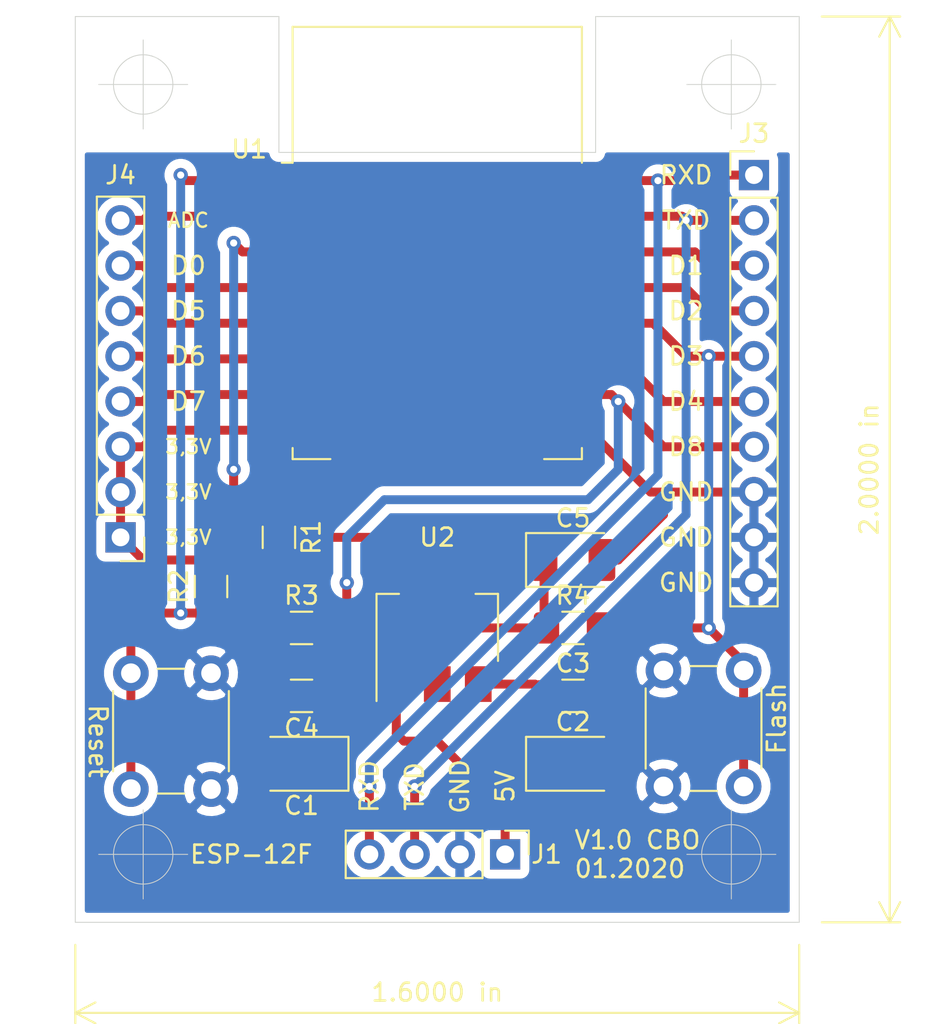
<source format=kicad_pcb>
(kicad_pcb (version 20171130) (host pcbnew 5.1.5-52549c5~84~ubuntu16.04.1)

  (general
    (thickness 1.6)
    (drawings 38)
    (tracks 147)
    (zones 0)
    (modules 16)
    (nets 24)
  )

  (page A4)
  (layers
    (0 F.Cu signal)
    (31 B.Cu signal)
    (32 B.Adhes user)
    (33 F.Adhes user)
    (34 B.Paste user)
    (35 F.Paste user)
    (36 B.SilkS user)
    (37 F.SilkS user)
    (38 B.Mask user)
    (39 F.Mask user)
    (40 Dwgs.User user)
    (41 Cmts.User user)
    (42 Eco1.User user)
    (43 Eco2.User user)
    (44 Edge.Cuts user)
    (45 Margin user)
    (46 B.CrtYd user)
    (47 F.CrtYd user)
    (48 B.Fab user)
    (49 F.Fab user)
  )

  (setup
    (last_trace_width 0.25)
    (trace_clearance 0.2)
    (zone_clearance 0.508)
    (zone_45_only no)
    (trace_min 0.2)
    (via_size 0.8)
    (via_drill 0.4)
    (via_min_size 0.4)
    (via_min_drill 0.3)
    (uvia_size 0.3)
    (uvia_drill 0.1)
    (uvias_allowed no)
    (uvia_min_size 0.2)
    (uvia_min_drill 0.1)
    (edge_width 0.05)
    (segment_width 0.2)
    (pcb_text_width 0.3)
    (pcb_text_size 1.5 1.5)
    (mod_edge_width 0.12)
    (mod_text_size 1 1)
    (mod_text_width 0.15)
    (pad_size 1.524 1.524)
    (pad_drill 0.762)
    (pad_to_mask_clearance 0.051)
    (solder_mask_min_width 0.25)
    (aux_axis_origin 0 0)
    (visible_elements FFFFEF7F)
    (pcbplotparams
      (layerselection 0x010f0_ffffffff)
      (usegerberextensions false)
      (usegerberattributes false)
      (usegerberadvancedattributes false)
      (creategerberjobfile false)
      (excludeedgelayer true)
      (linewidth 0.100000)
      (plotframeref false)
      (viasonmask false)
      (mode 1)
      (useauxorigin false)
      (hpglpennumber 1)
      (hpglpenspeed 20)
      (hpglpendiameter 15.000000)
      (psnegative false)
      (psa4output false)
      (plotreference true)
      (plotvalue true)
      (plotinvisibletext false)
      (padsonsilk false)
      (subtractmaskfromsilk false)
      (outputformat 1)
      (mirror false)
      (drillshape 0)
      (scaleselection 1)
      (outputdirectory ""))
  )

  (net 0 "")
  (net 1 GND)
  (net 2 /VCC)
  (net 3 /TXD)
  (net 4 /RXD)
  (net 5 /GPIO5)
  (net 6 /GPIO4)
  (net 7 /GPIO0)
  (net 8 /GPIO2)
  (net 9 /GPIO15)
  (net 10 /ADC)
  (net 11 /GPIO16)
  (net 12 /GPIO14)
  (net 13 /GPIO12)
  (net 14 /GPIO13)
  (net 15 "Net-(R1-Pad1)")
  (net 16 "Net-(R2-Pad1)")
  (net 17 "Net-(U1-Pad9)")
  (net 18 "Net-(U1-Pad10)")
  (net 19 "Net-(U1-Pad11)")
  (net 20 "Net-(U1-Pad12)")
  (net 21 "Net-(U1-Pad13)")
  (net 22 "Net-(U1-Pad14)")
  (net 23 +5V)

  (net_class Default "This is the default net class."
    (clearance 0.2)
    (trace_width 0.25)
    (via_dia 0.8)
    (via_drill 0.4)
    (uvia_dia 0.3)
    (uvia_drill 0.1)
  )

  (net_class "My rules" ""
    (clearance 0.5)
    (trace_width 0.5)
    (via_dia 1)
    (via_drill 0.8)
    (uvia_dia 1)
    (uvia_drill 0.8)
    (add_net +5V)
    (add_net /ADC)
    (add_net /GPIO0)
    (add_net /GPIO12)
    (add_net /GPIO13)
    (add_net /GPIO14)
    (add_net /GPIO15)
    (add_net /GPIO16)
    (add_net /GPIO2)
    (add_net /GPIO4)
    (add_net /GPIO5)
    (add_net /RXD)
    (add_net /TXD)
    (add_net /VCC)
    (add_net GND)
    (add_net "Net-(R1-Pad1)")
    (add_net "Net-(R2-Pad1)")
    (add_net "Net-(U1-Pad10)")
    (add_net "Net-(U1-Pad11)")
    (add_net "Net-(U1-Pad12)")
    (add_net "Net-(U1-Pad13)")
    (add_net "Net-(U1-Pad14)")
    (add_net "Net-(U1-Pad9)")
  )

  (module Button_Switch_THT:SW_PUSH_6mm (layer F.Cu) (tedit 5A02FE31) (tstamp 5E0E3B81)
    (at 167.64 106.68 90)
    (descr https://www.omron.com/ecb/products/pdf/en-b3f.pdf)
    (tags "tact sw push 6mm")
    (path /5E1FC4EB)
    (fp_text reference Flash (at 3.81 6.35 90) (layer F.SilkS)
      (effects (font (size 1 1) (thickness 0.15)))
    )
    (fp_text value SW_Flash (at 3.75 6.7 90) (layer F.Fab)
      (effects (font (size 1 1) (thickness 0.15)))
    )
    (fp_circle (center 3.25 2.25) (end 1.25 2.5) (layer F.Fab) (width 0.1))
    (fp_line (start 6.75 3) (end 6.75 1.5) (layer F.SilkS) (width 0.12))
    (fp_line (start 5.5 -1) (end 1 -1) (layer F.SilkS) (width 0.12))
    (fp_line (start -0.25 1.5) (end -0.25 3) (layer F.SilkS) (width 0.12))
    (fp_line (start 1 5.5) (end 5.5 5.5) (layer F.SilkS) (width 0.12))
    (fp_line (start 8 -1.25) (end 8 5.75) (layer F.CrtYd) (width 0.05))
    (fp_line (start 7.75 6) (end -1.25 6) (layer F.CrtYd) (width 0.05))
    (fp_line (start -1.5 5.75) (end -1.5 -1.25) (layer F.CrtYd) (width 0.05))
    (fp_line (start -1.25 -1.5) (end 7.75 -1.5) (layer F.CrtYd) (width 0.05))
    (fp_line (start -1.5 6) (end -1.25 6) (layer F.CrtYd) (width 0.05))
    (fp_line (start -1.5 5.75) (end -1.5 6) (layer F.CrtYd) (width 0.05))
    (fp_line (start -1.5 -1.5) (end -1.25 -1.5) (layer F.CrtYd) (width 0.05))
    (fp_line (start -1.5 -1.25) (end -1.5 -1.5) (layer F.CrtYd) (width 0.05))
    (fp_line (start 8 -1.5) (end 8 -1.25) (layer F.CrtYd) (width 0.05))
    (fp_line (start 7.75 -1.5) (end 8 -1.5) (layer F.CrtYd) (width 0.05))
    (fp_line (start 8 6) (end 8 5.75) (layer F.CrtYd) (width 0.05))
    (fp_line (start 7.75 6) (end 8 6) (layer F.CrtYd) (width 0.05))
    (fp_line (start 0.25 -0.75) (end 3.25 -0.75) (layer F.Fab) (width 0.1))
    (fp_line (start 0.25 5.25) (end 0.25 -0.75) (layer F.Fab) (width 0.1))
    (fp_line (start 6.25 5.25) (end 0.25 5.25) (layer F.Fab) (width 0.1))
    (fp_line (start 6.25 -0.75) (end 6.25 5.25) (layer F.Fab) (width 0.1))
    (fp_line (start 3.25 -0.75) (end 6.25 -0.75) (layer F.Fab) (width 0.1))
    (fp_text user %R (at 3.25 2.25 90) (layer F.Fab)
      (effects (font (size 1 1) (thickness 0.15)))
    )
    (pad 1 thru_hole circle (at 6.5 0 180) (size 2 2) (drill 1.1) (layers *.Cu *.Mask)
      (net 1 GND))
    (pad 2 thru_hole circle (at 6.5 4.5 180) (size 2 2) (drill 1.1) (layers *.Cu *.Mask)
      (net 7 /GPIO0))
    (pad 1 thru_hole circle (at 0 0 180) (size 2 2) (drill 1.1) (layers *.Cu *.Mask)
      (net 1 GND))
    (pad 2 thru_hole circle (at 0 4.5 180) (size 2 2) (drill 1.1) (layers *.Cu *.Mask)
      (net 7 /GPIO0))
    (model ${KISYS3DMOD}/Button_Switch_THT.3dshapes/SW_PUSH_6mm.wrl
      (at (xyz 0 0 0))
      (scale (xyz 1 1 1))
      (rotate (xyz 0 0 0))
    )
  )

  (module Button_Switch_THT:SW_PUSH_6mm (layer F.Cu) (tedit 5A02FE31) (tstamp 5E0E3B62)
    (at 142.24 100.33 270)
    (descr https://www.omron.com/ecb/products/pdf/en-b3f.pdf)
    (tags "tact sw push 6mm")
    (path /5E1F68AA)
    (fp_text reference Reset (at 3.81 6.35 270 unlocked) (layer F.SilkS)
      (effects (font (size 1 1) (thickness 0.15)))
    )
    (fp_text value SW_Reset (at 3.75 6.7 90) (layer F.Fab)
      (effects (font (size 1 1) (thickness 0.15)))
    )
    (fp_text user %R (at 3.25 2.25 90) (layer F.Fab)
      (effects (font (size 1 1) (thickness 0.15)))
    )
    (fp_line (start 3.25 -0.75) (end 6.25 -0.75) (layer F.Fab) (width 0.1))
    (fp_line (start 6.25 -0.75) (end 6.25 5.25) (layer F.Fab) (width 0.1))
    (fp_line (start 6.25 5.25) (end 0.25 5.25) (layer F.Fab) (width 0.1))
    (fp_line (start 0.25 5.25) (end 0.25 -0.75) (layer F.Fab) (width 0.1))
    (fp_line (start 0.25 -0.75) (end 3.25 -0.75) (layer F.Fab) (width 0.1))
    (fp_line (start 7.75 6) (end 8 6) (layer F.CrtYd) (width 0.05))
    (fp_line (start 8 6) (end 8 5.75) (layer F.CrtYd) (width 0.05))
    (fp_line (start 7.75 -1.5) (end 8 -1.5) (layer F.CrtYd) (width 0.05))
    (fp_line (start 8 -1.5) (end 8 -1.25) (layer F.CrtYd) (width 0.05))
    (fp_line (start -1.5 -1.25) (end -1.5 -1.5) (layer F.CrtYd) (width 0.05))
    (fp_line (start -1.5 -1.5) (end -1.25 -1.5) (layer F.CrtYd) (width 0.05))
    (fp_line (start -1.5 5.75) (end -1.5 6) (layer F.CrtYd) (width 0.05))
    (fp_line (start -1.5 6) (end -1.25 6) (layer F.CrtYd) (width 0.05))
    (fp_line (start -1.25 -1.5) (end 7.75 -1.5) (layer F.CrtYd) (width 0.05))
    (fp_line (start -1.5 5.75) (end -1.5 -1.25) (layer F.CrtYd) (width 0.05))
    (fp_line (start 7.75 6) (end -1.25 6) (layer F.CrtYd) (width 0.05))
    (fp_line (start 8 -1.25) (end 8 5.75) (layer F.CrtYd) (width 0.05))
    (fp_line (start 1 5.5) (end 5.5 5.5) (layer F.SilkS) (width 0.12))
    (fp_line (start -0.25 1.5) (end -0.25 3) (layer F.SilkS) (width 0.12))
    (fp_line (start 5.5 -1) (end 1 -1) (layer F.SilkS) (width 0.12))
    (fp_line (start 6.75 3) (end 6.75 1.5) (layer F.SilkS) (width 0.12))
    (fp_circle (center 3.25 2.25) (end 1.25 2.5) (layer F.Fab) (width 0.1))
    (pad 2 thru_hole circle (at 0 4.5) (size 2 2) (drill 1.1) (layers *.Cu *.Mask)
      (net 16 "Net-(R2-Pad1)"))
    (pad 1 thru_hole circle (at 0 0) (size 2 2) (drill 1.1) (layers *.Cu *.Mask)
      (net 1 GND))
    (pad 2 thru_hole circle (at 6.5 4.5) (size 2 2) (drill 1.1) (layers *.Cu *.Mask)
      (net 16 "Net-(R2-Pad1)"))
    (pad 1 thru_hole circle (at 6.5 0) (size 2 2) (drill 1.1) (layers *.Cu *.Mask)
      (net 1 GND))
    (model ${KISYS3DMOD}/Button_Switch_THT.3dshapes/SW_PUSH_6mm.wrl
      (at (xyz 0 0 0))
      (scale (xyz 1 1 1))
      (rotate (xyz 0 0 0))
    )
  )

  (module Connector_PinHeader_2.54mm:PinHeader_1x10_P2.54mm_Vertical (layer F.Cu) (tedit 59FED5CC) (tstamp 5E0E3F9A)
    (at 172.72 72.39)
    (descr "Through hole straight pin header, 1x10, 2.54mm pitch, single row")
    (tags "Through hole pin header THT 1x10 2.54mm single row")
    (path /5E13E1F4)
    (fp_text reference J3 (at 0 -2.33) (layer F.SilkS)
      (effects (font (size 1 1) (thickness 0.15)))
    )
    (fp_text value Conn_01x10_Male (at 0 25.19) (layer F.Fab)
      (effects (font (size 1 1) (thickness 0.15)))
    )
    (fp_line (start -0.635 -1.27) (end 1.27 -1.27) (layer F.Fab) (width 0.1))
    (fp_line (start 1.27 -1.27) (end 1.27 24.13) (layer F.Fab) (width 0.1))
    (fp_line (start 1.27 24.13) (end -1.27 24.13) (layer F.Fab) (width 0.1))
    (fp_line (start -1.27 24.13) (end -1.27 -0.635) (layer F.Fab) (width 0.1))
    (fp_line (start -1.27 -0.635) (end -0.635 -1.27) (layer F.Fab) (width 0.1))
    (fp_line (start -1.33 24.19) (end 1.33 24.19) (layer F.SilkS) (width 0.12))
    (fp_line (start -1.33 1.27) (end -1.33 24.19) (layer F.SilkS) (width 0.12))
    (fp_line (start 1.33 1.27) (end 1.33 24.19) (layer F.SilkS) (width 0.12))
    (fp_line (start -1.33 1.27) (end 1.33 1.27) (layer F.SilkS) (width 0.12))
    (fp_line (start -1.33 0) (end -1.33 -1.33) (layer F.SilkS) (width 0.12))
    (fp_line (start -1.33 -1.33) (end 0 -1.33) (layer F.SilkS) (width 0.12))
    (fp_line (start -1.8 -1.8) (end -1.8 24.65) (layer F.CrtYd) (width 0.05))
    (fp_line (start -1.8 24.65) (end 1.8 24.65) (layer F.CrtYd) (width 0.05))
    (fp_line (start 1.8 24.65) (end 1.8 -1.8) (layer F.CrtYd) (width 0.05))
    (fp_line (start 1.8 -1.8) (end -1.8 -1.8) (layer F.CrtYd) (width 0.05))
    (fp_text user %R (at 0 11.43 90) (layer F.Fab)
      (effects (font (size 1 1) (thickness 0.15)))
    )
    (pad 1 thru_hole rect (at 0 0) (size 1.7 1.7) (drill 1) (layers *.Cu *.Mask)
      (net 4 /RXD))
    (pad 2 thru_hole oval (at 0 2.54) (size 1.7 1.7) (drill 1) (layers *.Cu *.Mask)
      (net 3 /TXD))
    (pad 3 thru_hole oval (at 0 5.08) (size 1.7 1.7) (drill 1) (layers *.Cu *.Mask)
      (net 5 /GPIO5))
    (pad 4 thru_hole oval (at 0 7.62) (size 1.7 1.7) (drill 1) (layers *.Cu *.Mask)
      (net 6 /GPIO4))
    (pad 5 thru_hole oval (at 0 10.16) (size 1.7 1.7) (drill 1) (layers *.Cu *.Mask)
      (net 7 /GPIO0))
    (pad 6 thru_hole oval (at 0 12.7) (size 1.7 1.7) (drill 1) (layers *.Cu *.Mask)
      (net 8 /GPIO2))
    (pad 7 thru_hole oval (at 0 15.24) (size 1.7 1.7) (drill 1) (layers *.Cu *.Mask)
      (net 9 /GPIO15))
    (pad 8 thru_hole oval (at 0 17.78) (size 1.7 1.7) (drill 1) (layers *.Cu *.Mask)
      (net 1 GND))
    (pad 9 thru_hole oval (at 0 20.32) (size 1.7 1.7) (drill 1) (layers *.Cu *.Mask)
      (net 1 GND))
    (pad 10 thru_hole oval (at 0 22.86) (size 1.7 1.7) (drill 1) (layers *.Cu *.Mask)
      (net 1 GND))
    (model ${KISYS3DMOD}/Connector_PinHeader_2.54mm.3dshapes/PinHeader_1x10_P2.54mm_Vertical.wrl
      (at (xyz 0 0 0))
      (scale (xyz 1 1 1))
      (rotate (xyz 0 0 0))
    )
  )

  (module Connector_PinHeader_2.54mm:PinHeader_1x08_P2.54mm_Vertical (layer F.Cu) (tedit 59FED5CC) (tstamp 5E0E3FB7)
    (at 137.16 92.71 180)
    (descr "Through hole straight pin header, 1x08, 2.54mm pitch, single row")
    (tags "Through hole pin header THT 1x08 2.54mm single row")
    (path /5E1210EF)
    (fp_text reference J4 (at 0 20.32) (layer F.SilkS)
      (effects (font (size 1 1) (thickness 0.15)))
    )
    (fp_text value Conn_01x08_Male (at 0 20.11) (layer F.Fab)
      (effects (font (size 1 1) (thickness 0.15)))
    )
    (fp_line (start -0.635 -1.27) (end 1.27 -1.27) (layer F.Fab) (width 0.1))
    (fp_line (start 1.27 -1.27) (end 1.27 19.05) (layer F.Fab) (width 0.1))
    (fp_line (start 1.27 19.05) (end -1.27 19.05) (layer F.Fab) (width 0.1))
    (fp_line (start -1.27 19.05) (end -1.27 -0.635) (layer F.Fab) (width 0.1))
    (fp_line (start -1.27 -0.635) (end -0.635 -1.27) (layer F.Fab) (width 0.1))
    (fp_line (start -1.33 19.11) (end 1.33 19.11) (layer F.SilkS) (width 0.12))
    (fp_line (start -1.33 1.27) (end -1.33 19.11) (layer F.SilkS) (width 0.12))
    (fp_line (start 1.33 1.27) (end 1.33 19.11) (layer F.SilkS) (width 0.12))
    (fp_line (start -1.33 1.27) (end 1.33 1.27) (layer F.SilkS) (width 0.12))
    (fp_line (start -1.33 0) (end -1.33 -1.33) (layer F.SilkS) (width 0.12))
    (fp_line (start -1.33 -1.33) (end 0 -1.33) (layer F.SilkS) (width 0.12))
    (fp_line (start -1.8 -1.8) (end -1.8 19.55) (layer F.CrtYd) (width 0.05))
    (fp_line (start -1.8 19.55) (end 1.8 19.55) (layer F.CrtYd) (width 0.05))
    (fp_line (start 1.8 19.55) (end 1.8 -1.8) (layer F.CrtYd) (width 0.05))
    (fp_line (start 1.8 -1.8) (end -1.8 -1.8) (layer F.CrtYd) (width 0.05))
    (fp_text user %R (at 0 8.89 90) (layer F.Fab)
      (effects (font (size 1 1) (thickness 0.15)))
    )
    (pad 1 thru_hole rect (at 0 0 180) (size 1.7 1.7) (drill 1) (layers *.Cu *.Mask)
      (net 2 /VCC))
    (pad 2 thru_hole oval (at 0 2.54 180) (size 1.7 1.7) (drill 1) (layers *.Cu *.Mask)
      (net 2 /VCC))
    (pad 3 thru_hole oval (at 0 5.08 180) (size 1.7 1.7) (drill 1) (layers *.Cu *.Mask)
      (net 2 /VCC))
    (pad 4 thru_hole oval (at 0 7.62 180) (size 1.7 1.7) (drill 1) (layers *.Cu *.Mask)
      (net 14 /GPIO13))
    (pad 5 thru_hole oval (at 0 10.16 180) (size 1.7 1.7) (drill 1) (layers *.Cu *.Mask)
      (net 13 /GPIO12))
    (pad 6 thru_hole oval (at 0 12.7 180) (size 1.7 1.7) (drill 1) (layers *.Cu *.Mask)
      (net 12 /GPIO14))
    (pad 7 thru_hole oval (at 0 15.24 180) (size 1.7 1.7) (drill 1) (layers *.Cu *.Mask)
      (net 11 /GPIO16))
    (pad 8 thru_hole oval (at 0 17.78 180) (size 1.7 1.7) (drill 1) (layers *.Cu *.Mask)
      (net 10 /ADC))
    (model ${KISYS3DMOD}/Connector_PinHeader_2.54mm.3dshapes/PinHeader_1x08_P2.54mm_Vertical.wrl
      (at (xyz 0 0 0))
      (scale (xyz 1 1 1))
      (rotate (xyz 0 0 0))
    )
  )

  (module RF_Module:ESP-12E (layer F.Cu) (tedit 5A030172) (tstamp 5E0E5C61)
    (at 154.94 76.2)
    (descr "Wi-Fi Module, http://wiki.ai-thinker.com/_media/esp8266/docs/aithinker_esp_12f_datasheet_en.pdf")
    (tags "Wi-Fi Module")
    (path /5E0CF2B8)
    (attr smd)
    (fp_text reference U1 (at -10.56 -5.26) (layer F.SilkS)
      (effects (font (size 1 1) (thickness 0.15)))
    )
    (fp_text value ESP-12F (at -0.06 -12.78) (layer F.Fab)
      (effects (font (size 1 1) (thickness 0.15)))
    )
    (fp_text user Antenna (at -0.06 -7 180) (layer Cmts.User)
      (effects (font (size 1 1) (thickness 0.15)))
    )
    (fp_text user "KEEP-OUT ZONE" (at 0.03 -9.55 180) (layer Cmts.User)
      (effects (font (size 1 1) (thickness 0.15)))
    )
    (fp_text user %R (at 0.49 -0.8) (layer F.Fab)
      (effects (font (size 1 1) (thickness 0.15)))
    )
    (fp_line (start -8 -12) (end 8 -12) (layer F.Fab) (width 0.12))
    (fp_line (start 8 -12) (end 8 12) (layer F.Fab) (width 0.12))
    (fp_line (start 8 12) (end -8 12) (layer F.Fab) (width 0.12))
    (fp_line (start -8 12) (end -8 -3) (layer F.Fab) (width 0.12))
    (fp_line (start -8 -3) (end -7.5 -3.5) (layer F.Fab) (width 0.12))
    (fp_line (start -7.5 -3.5) (end -8 -4) (layer F.Fab) (width 0.12))
    (fp_line (start -8 -4) (end -8 -12) (layer F.Fab) (width 0.12))
    (fp_line (start -9.05 -12.2) (end 9.05 -12.2) (layer F.CrtYd) (width 0.05))
    (fp_line (start 9.05 -12.2) (end 9.05 13.1) (layer F.CrtYd) (width 0.05))
    (fp_line (start 9.05 13.1) (end -9.05 13.1) (layer F.CrtYd) (width 0.05))
    (fp_line (start -9.05 13.1) (end -9.05 -12.2) (layer F.CrtYd) (width 0.05))
    (fp_line (start -8.12 -12.12) (end 8.12 -12.12) (layer F.SilkS) (width 0.12))
    (fp_line (start 8.12 -12.12) (end 8.12 -4.5) (layer F.SilkS) (width 0.12))
    (fp_line (start 8.12 11.5) (end 8.12 12.12) (layer F.SilkS) (width 0.12))
    (fp_line (start 8.12 12.12) (end 6 12.12) (layer F.SilkS) (width 0.12))
    (fp_line (start -6 12.12) (end -8.12 12.12) (layer F.SilkS) (width 0.12))
    (fp_line (start -8.12 12.12) (end -8.12 11.5) (layer F.SilkS) (width 0.12))
    (fp_line (start -8.12 -4.5) (end -8.12 -12.12) (layer F.SilkS) (width 0.12))
    (fp_line (start -8.12 -4.5) (end -8.73 -4.5) (layer F.SilkS) (width 0.12))
    (fp_line (start -8.12 -12.12) (end 8.12 -12.12) (layer Dwgs.User) (width 0.12))
    (fp_line (start 8.12 -12.12) (end 8.12 -4.8) (layer Dwgs.User) (width 0.12))
    (fp_line (start 8.12 -4.8) (end -8.12 -4.8) (layer Dwgs.User) (width 0.12))
    (fp_line (start -8.12 -4.8) (end -8.12 -12.12) (layer Dwgs.User) (width 0.12))
    (fp_line (start -8.12 -9.12) (end -5.12 -12.12) (layer Dwgs.User) (width 0.12))
    (fp_line (start -8.12 -6.12) (end -2.12 -12.12) (layer Dwgs.User) (width 0.12))
    (fp_line (start -6.44 -4.8) (end 0.88 -12.12) (layer Dwgs.User) (width 0.12))
    (fp_line (start -3.44 -4.8) (end 3.88 -12.12) (layer Dwgs.User) (width 0.12))
    (fp_line (start -0.44 -4.8) (end 6.88 -12.12) (layer Dwgs.User) (width 0.12))
    (fp_line (start 2.56 -4.8) (end 8.12 -10.36) (layer Dwgs.User) (width 0.12))
    (fp_line (start 5.56 -4.8) (end 8.12 -7.36) (layer Dwgs.User) (width 0.12))
    (pad 1 smd rect (at -7.6 -3.5) (size 2.5 1) (layers F.Cu F.Paste F.Mask)
      (net 16 "Net-(R2-Pad1)"))
    (pad 2 smd rect (at -7.6 -1.5) (size 2.5 1) (layers F.Cu F.Paste F.Mask)
      (net 10 /ADC))
    (pad 3 smd rect (at -7.6 0.5) (size 2.5 1) (layers F.Cu F.Paste F.Mask)
      (net 15 "Net-(R1-Pad1)"))
    (pad 4 smd rect (at -7.6 2.5) (size 2.5 1) (layers F.Cu F.Paste F.Mask)
      (net 11 /GPIO16))
    (pad 5 smd rect (at -7.6 4.5) (size 2.5 1) (layers F.Cu F.Paste F.Mask)
      (net 12 /GPIO14))
    (pad 6 smd rect (at -7.6 6.5) (size 2.5 1) (layers F.Cu F.Paste F.Mask)
      (net 13 /GPIO12))
    (pad 7 smd rect (at -7.6 8.5) (size 2.5 1) (layers F.Cu F.Paste F.Mask)
      (net 14 /GPIO13))
    (pad 8 smd rect (at -7.6 10.5) (size 2.5 1) (layers F.Cu F.Paste F.Mask)
      (net 2 /VCC))
    (pad 9 smd rect (at -5 12) (size 1 1.8) (layers F.Cu F.Paste F.Mask)
      (net 17 "Net-(U1-Pad9)"))
    (pad 10 smd rect (at -3 12) (size 1 1.8) (layers F.Cu F.Paste F.Mask)
      (net 18 "Net-(U1-Pad10)"))
    (pad 11 smd rect (at -1 12) (size 1 1.8) (layers F.Cu F.Paste F.Mask)
      (net 19 "Net-(U1-Pad11)"))
    (pad 12 smd rect (at 1 12) (size 1 1.8) (layers F.Cu F.Paste F.Mask)
      (net 20 "Net-(U1-Pad12)"))
    (pad 13 smd rect (at 3 12) (size 1 1.8) (layers F.Cu F.Paste F.Mask)
      (net 21 "Net-(U1-Pad13)"))
    (pad 14 smd rect (at 5 12) (size 1 1.8) (layers F.Cu F.Paste F.Mask)
      (net 22 "Net-(U1-Pad14)"))
    (pad 15 smd rect (at 7.6 10.5) (size 2.5 1) (layers F.Cu F.Paste F.Mask)
      (net 1 GND))
    (pad 16 smd rect (at 7.6 8.5) (size 2.5 1) (layers F.Cu F.Paste F.Mask)
      (net 9 /GPIO15))
    (pad 17 smd rect (at 7.6 6.5) (size 2.5 1) (layers F.Cu F.Paste F.Mask)
      (net 8 /GPIO2))
    (pad 18 smd rect (at 7.6 4.5) (size 2.5 1) (layers F.Cu F.Paste F.Mask)
      (net 7 /GPIO0))
    (pad 19 smd rect (at 7.6 2.5) (size 2.5 1) (layers F.Cu F.Paste F.Mask)
      (net 6 /GPIO4))
    (pad 20 smd rect (at 7.6 0.5) (size 2.5 1) (layers F.Cu F.Paste F.Mask)
      (net 5 /GPIO5))
    (pad 21 smd rect (at 7.6 -1.5) (size 2.5 1) (layers F.Cu F.Paste F.Mask)
      (net 3 /TXD))
    (pad 22 smd rect (at 7.6 -3.5) (size 2.5 1) (layers F.Cu F.Paste F.Mask)
      (net 4 /RXD))
    (model ${KISYS3DMOD}/RF_Module.3dshapes/ESP-12E.wrl
      (at (xyz 0 0 0))
      (scale (xyz 1 1 1))
      (rotate (xyz 0 0 0))
    )
  )

  (module Capacitor_Tantalum_SMD:CP_EIA-3528-21_Kemet-B_Pad1.50x2.35mm_HandSolder (layer F.Cu) (tedit 5B342532) (tstamp 5E1A2480)
    (at 147.32 105.41 180)
    (descr "Tantalum Capacitor SMD Kemet-B (3528-21 Metric), IPC_7351 nominal, (Body size from: http://www.kemet.com/Lists/ProductCatalog/Attachments/253/KEM_TC101_STD.pdf), generated with kicad-footprint-generator")
    (tags "capacitor tantalum")
    (path /5E0DD9F3)
    (attr smd)
    (fp_text reference C1 (at 0 -2.35) (layer F.SilkS)
      (effects (font (size 1 1) (thickness 0.15)))
    )
    (fp_text value "22µF Tantal" (at 0 2.35) (layer F.Fab)
      (effects (font (size 1 1) (thickness 0.15)))
    )
    (fp_line (start 1.75 -1.4) (end -1.05 -1.4) (layer F.Fab) (width 0.1))
    (fp_line (start -1.05 -1.4) (end -1.75 -0.7) (layer F.Fab) (width 0.1))
    (fp_line (start -1.75 -0.7) (end -1.75 1.4) (layer F.Fab) (width 0.1))
    (fp_line (start -1.75 1.4) (end 1.75 1.4) (layer F.Fab) (width 0.1))
    (fp_line (start 1.75 1.4) (end 1.75 -1.4) (layer F.Fab) (width 0.1))
    (fp_line (start 1.75 -1.51) (end -2.635 -1.51) (layer F.SilkS) (width 0.12))
    (fp_line (start -2.635 -1.51) (end -2.635 1.51) (layer F.SilkS) (width 0.12))
    (fp_line (start -2.635 1.51) (end 1.75 1.51) (layer F.SilkS) (width 0.12))
    (fp_line (start -2.62 1.65) (end -2.62 -1.65) (layer F.CrtYd) (width 0.05))
    (fp_line (start -2.62 -1.65) (end 2.62 -1.65) (layer F.CrtYd) (width 0.05))
    (fp_line (start 2.62 -1.65) (end 2.62 1.65) (layer F.CrtYd) (width 0.05))
    (fp_line (start 2.62 1.65) (end -2.62 1.65) (layer F.CrtYd) (width 0.05))
    (fp_text user %R (at 0 0) (layer F.Fab)
      (effects (font (size 0.88 0.88) (thickness 0.13)))
    )
    (pad 1 smd roundrect (at -1.625 0 180) (size 1.5 2.35) (layers F.Cu F.Paste F.Mask) (roundrect_rratio 0.166667)
      (net 2 /VCC))
    (pad 2 smd roundrect (at 1.625 0 180) (size 1.5 2.35) (layers F.Cu F.Paste F.Mask) (roundrect_rratio 0.166667)
      (net 1 GND))
    (model ${KISYS3DMOD}/Capacitor_Tantalum_SMD.3dshapes/CP_EIA-3528-21_Kemet-B.wrl
      (at (xyz 0 0 0))
      (scale (xyz 1 1 1))
      (rotate (xyz 0 0 0))
    )
  )

  (module Capacitor_Tantalum_SMD:CP_EIA-3528-21_Kemet-B_Pad1.50x2.35mm_HandSolder (layer F.Cu) (tedit 5B342532) (tstamp 5E1A2492)
    (at 162.56 105.41)
    (descr "Tantalum Capacitor SMD Kemet-B (3528-21 Metric), IPC_7351 nominal, (Body size from: http://www.kemet.com/Lists/ProductCatalog/Attachments/253/KEM_TC101_STD.pdf), generated with kicad-footprint-generator")
    (tags "capacitor tantalum")
    (path /5E22142D)
    (attr smd)
    (fp_text reference C2 (at 0 -2.35) (layer F.SilkS)
      (effects (font (size 1 1) (thickness 0.15)))
    )
    (fp_text value "22µF Tantal" (at 0 2.35) (layer F.Fab)
      (effects (font (size 1 1) (thickness 0.15)))
    )
    (fp_text user %R (at 0 0) (layer F.Fab)
      (effects (font (size 0.88 0.88) (thickness 0.13)))
    )
    (fp_line (start 2.62 1.65) (end -2.62 1.65) (layer F.CrtYd) (width 0.05))
    (fp_line (start 2.62 -1.65) (end 2.62 1.65) (layer F.CrtYd) (width 0.05))
    (fp_line (start -2.62 -1.65) (end 2.62 -1.65) (layer F.CrtYd) (width 0.05))
    (fp_line (start -2.62 1.65) (end -2.62 -1.65) (layer F.CrtYd) (width 0.05))
    (fp_line (start -2.635 1.51) (end 1.75 1.51) (layer F.SilkS) (width 0.12))
    (fp_line (start -2.635 -1.51) (end -2.635 1.51) (layer F.SilkS) (width 0.12))
    (fp_line (start 1.75 -1.51) (end -2.635 -1.51) (layer F.SilkS) (width 0.12))
    (fp_line (start 1.75 1.4) (end 1.75 -1.4) (layer F.Fab) (width 0.1))
    (fp_line (start -1.75 1.4) (end 1.75 1.4) (layer F.Fab) (width 0.1))
    (fp_line (start -1.75 -0.7) (end -1.75 1.4) (layer F.Fab) (width 0.1))
    (fp_line (start -1.05 -1.4) (end -1.75 -0.7) (layer F.Fab) (width 0.1))
    (fp_line (start 1.75 -1.4) (end -1.05 -1.4) (layer F.Fab) (width 0.1))
    (pad 2 smd roundrect (at 1.625 0) (size 1.5 2.35) (layers F.Cu F.Paste F.Mask) (roundrect_rratio 0.166667)
      (net 1 GND))
    (pad 1 smd roundrect (at -1.625 0) (size 1.5 2.35) (layers F.Cu F.Paste F.Mask) (roundrect_rratio 0.166667)
      (net 23 +5V))
    (model ${KISYS3DMOD}/Capacitor_Tantalum_SMD.3dshapes/CP_EIA-3528-21_Kemet-B.wrl
      (at (xyz 0 0 0))
      (scale (xyz 1 1 1))
      (rotate (xyz 0 0 0))
    )
  )

  (module Capacitor_SMD:C_1206_3216Metric_Pad1.42x1.75mm_HandSolder (layer F.Cu) (tedit 5B301BBE) (tstamp 5E1A24B4)
    (at 162.56 101.6)
    (descr "Capacitor SMD 1206 (3216 Metric), square (rectangular) end terminal, IPC_7351 nominal with elongated pad for handsoldering. (Body size source: http://www.tortai-tech.com/upload/download/2011102023233369053.pdf), generated with kicad-footprint-generator")
    (tags "capacitor handsolder")
    (path /5E1BB633)
    (attr smd)
    (fp_text reference C3 (at 0 -1.82) (layer F.SilkS)
      (effects (font (size 1 1) (thickness 0.15)))
    )
    (fp_text value "100nF Kerko" (at 0 1.82) (layer F.Fab)
      (effects (font (size 1 1) (thickness 0.15)))
    )
    (fp_text user %R (at 0 0) (layer F.Fab)
      (effects (font (size 0.8 0.8) (thickness 0.12)))
    )
    (fp_line (start 2.45 1.12) (end -2.45 1.12) (layer F.CrtYd) (width 0.05))
    (fp_line (start 2.45 -1.12) (end 2.45 1.12) (layer F.CrtYd) (width 0.05))
    (fp_line (start -2.45 -1.12) (end 2.45 -1.12) (layer F.CrtYd) (width 0.05))
    (fp_line (start -2.45 1.12) (end -2.45 -1.12) (layer F.CrtYd) (width 0.05))
    (fp_line (start -0.602064 0.91) (end 0.602064 0.91) (layer F.SilkS) (width 0.12))
    (fp_line (start -0.602064 -0.91) (end 0.602064 -0.91) (layer F.SilkS) (width 0.12))
    (fp_line (start 1.6 0.8) (end -1.6 0.8) (layer F.Fab) (width 0.1))
    (fp_line (start 1.6 -0.8) (end 1.6 0.8) (layer F.Fab) (width 0.1))
    (fp_line (start -1.6 -0.8) (end 1.6 -0.8) (layer F.Fab) (width 0.1))
    (fp_line (start -1.6 0.8) (end -1.6 -0.8) (layer F.Fab) (width 0.1))
    (pad 2 smd roundrect (at 1.4875 0) (size 1.425 1.75) (layers F.Cu F.Paste F.Mask) (roundrect_rratio 0.175439)
      (net 1 GND))
    (pad 1 smd roundrect (at -1.4875 0) (size 1.425 1.75) (layers F.Cu F.Paste F.Mask) (roundrect_rratio 0.175439)
      (net 23 +5V))
    (model ${KISYS3DMOD}/Capacitor_SMD.3dshapes/C_1206_3216Metric.wrl
      (at (xyz 0 0 0))
      (scale (xyz 1 1 1))
      (rotate (xyz 0 0 0))
    )
  )

  (module Capacitor_SMD:C_1206_3216Metric_Pad1.42x1.75mm_HandSolder (layer F.Cu) (tedit 5B301BBE) (tstamp 5E1CC8A7)
    (at 147.32 101.6 180)
    (descr "Capacitor SMD 1206 (3216 Metric), square (rectangular) end terminal, IPC_7351 nominal with elongated pad for handsoldering. (Body size source: http://www.tortai-tech.com/upload/download/2011102023233369053.pdf), generated with kicad-footprint-generator")
    (tags "capacitor handsolder")
    (path /5E1A7BAC)
    (attr smd)
    (fp_text reference C4 (at 0 -1.82) (layer F.SilkS)
      (effects (font (size 1 1) (thickness 0.15)))
    )
    (fp_text value "100nF Kerko" (at 0 1.82) (layer F.Fab)
      (effects (font (size 1 1) (thickness 0.15)))
    )
    (fp_line (start -1.6 0.8) (end -1.6 -0.8) (layer F.Fab) (width 0.1))
    (fp_line (start -1.6 -0.8) (end 1.6 -0.8) (layer F.Fab) (width 0.1))
    (fp_line (start 1.6 -0.8) (end 1.6 0.8) (layer F.Fab) (width 0.1))
    (fp_line (start 1.6 0.8) (end -1.6 0.8) (layer F.Fab) (width 0.1))
    (fp_line (start -0.602064 -0.91) (end 0.602064 -0.91) (layer F.SilkS) (width 0.12))
    (fp_line (start -0.602064 0.91) (end 0.602064 0.91) (layer F.SilkS) (width 0.12))
    (fp_line (start -2.45 1.12) (end -2.45 -1.12) (layer F.CrtYd) (width 0.05))
    (fp_line (start -2.45 -1.12) (end 2.45 -1.12) (layer F.CrtYd) (width 0.05))
    (fp_line (start 2.45 -1.12) (end 2.45 1.12) (layer F.CrtYd) (width 0.05))
    (fp_line (start 2.45 1.12) (end -2.45 1.12) (layer F.CrtYd) (width 0.05))
    (fp_text user %R (at 0 0.104999) (layer F.Fab)
      (effects (font (size 0.8 0.8) (thickness 0.12)))
    )
    (pad 1 smd roundrect (at -1.4875 0 180) (size 1.425 1.75) (layers F.Cu F.Paste F.Mask) (roundrect_rratio 0.175439)
      (net 2 /VCC))
    (pad 2 smd roundrect (at 1.4875 0 180) (size 1.425 1.75) (layers F.Cu F.Paste F.Mask) (roundrect_rratio 0.175439)
      (net 1 GND))
    (model ${KISYS3DMOD}/Capacitor_SMD.3dshapes/C_1206_3216Metric.wrl
      (at (xyz 0 0 0))
      (scale (xyz 1 1 1))
      (rotate (xyz 0 0 0))
    )
  )

  (module Capacitor_Tantalum_SMD:CP_EIA-3528-21_Kemet-B_Pad1.50x2.35mm_HandSolder (layer F.Cu) (tedit 5B342532) (tstamp 5E1A24D8)
    (at 162.56 93.98)
    (descr "Tantalum Capacitor SMD Kemet-B (3528-21 Metric), IPC_7351 nominal, (Body size from: http://www.kemet.com/Lists/ProductCatalog/Attachments/253/KEM_TC101_STD.pdf), generated with kicad-footprint-generator")
    (tags "capacitor tantalum")
    (path /5E1A49ED)
    (attr smd)
    (fp_text reference C5 (at 0 -2.35) (layer F.SilkS)
      (effects (font (size 1 1) (thickness 0.15)))
    )
    (fp_text value "100µF Tantal" (at 0 2.35) (layer F.Fab)
      (effects (font (size 1 1) (thickness 0.15)))
    )
    (fp_line (start 1.75 -1.4) (end -1.05 -1.4) (layer F.Fab) (width 0.1))
    (fp_line (start -1.05 -1.4) (end -1.75 -0.7) (layer F.Fab) (width 0.1))
    (fp_line (start -1.75 -0.7) (end -1.75 1.4) (layer F.Fab) (width 0.1))
    (fp_line (start -1.75 1.4) (end 1.75 1.4) (layer F.Fab) (width 0.1))
    (fp_line (start 1.75 1.4) (end 1.75 -1.4) (layer F.Fab) (width 0.1))
    (fp_line (start 1.75 -1.51) (end -2.635 -1.51) (layer F.SilkS) (width 0.12))
    (fp_line (start -2.635 -1.51) (end -2.635 1.51) (layer F.SilkS) (width 0.12))
    (fp_line (start -2.635 1.51) (end 1.75 1.51) (layer F.SilkS) (width 0.12))
    (fp_line (start -2.62 1.65) (end -2.62 -1.65) (layer F.CrtYd) (width 0.05))
    (fp_line (start -2.62 -1.65) (end 2.62 -1.65) (layer F.CrtYd) (width 0.05))
    (fp_line (start 2.62 -1.65) (end 2.62 1.65) (layer F.CrtYd) (width 0.05))
    (fp_line (start 2.62 1.65) (end -2.62 1.65) (layer F.CrtYd) (width 0.05))
    (fp_text user %R (at 0 0) (layer F.Fab)
      (effects (font (size 0.88 0.88) (thickness 0.13)))
    )
    (pad 1 smd roundrect (at -1.625 0) (size 1.5 2.35) (layers F.Cu F.Paste F.Mask) (roundrect_rratio 0.166667)
      (net 2 /VCC))
    (pad 2 smd roundrect (at 1.625 0) (size 1.5 2.35) (layers F.Cu F.Paste F.Mask) (roundrect_rratio 0.166667)
      (net 1 GND))
    (model ${KISYS3DMOD}/Capacitor_Tantalum_SMD.3dshapes/CP_EIA-3528-21_Kemet-B.wrl
      (at (xyz 0 0 0))
      (scale (xyz 1 1 1))
      (rotate (xyz 0 0 0))
    )
  )

  (module Resistor_SMD:R_1206_3216Metric_Pad1.42x1.75mm_HandSolder (layer F.Cu) (tedit 5B301BBD) (tstamp 5E1A24D9)
    (at 146.05 92.71 270)
    (descr "Resistor SMD 1206 (3216 Metric), square (rectangular) end terminal, IPC_7351 nominal with elongated pad for handsoldering. (Body size source: http://www.tortai-tech.com/upload/download/2011102023233369053.pdf), generated with kicad-footprint-generator")
    (tags "resistor handsolder")
    (path /5E0DF83C)
    (attr smd)
    (fp_text reference R1 (at 0 -1.82 90) (layer F.SilkS)
      (effects (font (size 1 1) (thickness 0.15)))
    )
    (fp_text value 10k (at 0 1.82 90) (layer F.Fab)
      (effects (font (size 1 1) (thickness 0.15)))
    )
    (fp_line (start -1.6 0.8) (end -1.6 -0.8) (layer F.Fab) (width 0.1))
    (fp_line (start -1.6 -0.8) (end 1.6 -0.8) (layer F.Fab) (width 0.1))
    (fp_line (start 1.6 -0.8) (end 1.6 0.8) (layer F.Fab) (width 0.1))
    (fp_line (start 1.6 0.8) (end -1.6 0.8) (layer F.Fab) (width 0.1))
    (fp_line (start -0.602064 -0.91) (end 0.602064 -0.91) (layer F.SilkS) (width 0.12))
    (fp_line (start -0.602064 0.91) (end 0.602064 0.91) (layer F.SilkS) (width 0.12))
    (fp_line (start -2.45 1.12) (end -2.45 -1.12) (layer F.CrtYd) (width 0.05))
    (fp_line (start -2.45 -1.12) (end 2.45 -1.12) (layer F.CrtYd) (width 0.05))
    (fp_line (start 2.45 -1.12) (end 2.45 1.12) (layer F.CrtYd) (width 0.05))
    (fp_line (start 2.45 1.12) (end -2.45 1.12) (layer F.CrtYd) (width 0.05))
    (fp_text user %R (at 0 0 90) (layer F.Fab)
      (effects (font (size 0.8 0.8) (thickness 0.12)))
    )
    (pad 1 smd roundrect (at -1.4875 0 270) (size 1.425 1.75) (layers F.Cu F.Paste F.Mask) (roundrect_rratio 0.175439)
      (net 15 "Net-(R1-Pad1)"))
    (pad 2 smd roundrect (at 1.4875 0 270) (size 1.425 1.75) (layers F.Cu F.Paste F.Mask) (roundrect_rratio 0.175439)
      (net 2 /VCC))
    (model ${KISYS3DMOD}/Resistor_SMD.3dshapes/R_1206_3216Metric.wrl
      (at (xyz 0 0 0))
      (scale (xyz 1 1 1))
      (rotate (xyz 0 0 0))
    )
  )

  (module Resistor_SMD:R_1206_3216Metric_Pad1.42x1.75mm_HandSolder (layer F.Cu) (tedit 5B301BBD) (tstamp 5E1A24E9)
    (at 142.24 95.4675 90)
    (descr "Resistor SMD 1206 (3216 Metric), square (rectangular) end terminal, IPC_7351 nominal with elongated pad for handsoldering. (Body size source: http://www.tortai-tech.com/upload/download/2011102023233369053.pdf), generated with kicad-footprint-generator")
    (tags "resistor handsolder")
    (path /5E0E321C)
    (attr smd)
    (fp_text reference R2 (at 0 -1.82 90) (layer F.SilkS)
      (effects (font (size 1 1) (thickness 0.15)))
    )
    (fp_text value 10k (at 0 1.82 90) (layer F.Fab)
      (effects (font (size 1 1) (thickness 0.15)))
    )
    (fp_text user %R (at 0 0 90) (layer F.Fab)
      (effects (font (size 0.8 0.8) (thickness 0.12)))
    )
    (fp_line (start 2.45 1.12) (end -2.45 1.12) (layer F.CrtYd) (width 0.05))
    (fp_line (start 2.45 -1.12) (end 2.45 1.12) (layer F.CrtYd) (width 0.05))
    (fp_line (start -2.45 -1.12) (end 2.45 -1.12) (layer F.CrtYd) (width 0.05))
    (fp_line (start -2.45 1.12) (end -2.45 -1.12) (layer F.CrtYd) (width 0.05))
    (fp_line (start -0.602064 0.91) (end 0.602064 0.91) (layer F.SilkS) (width 0.12))
    (fp_line (start -0.602064 -0.91) (end 0.602064 -0.91) (layer F.SilkS) (width 0.12))
    (fp_line (start 1.6 0.8) (end -1.6 0.8) (layer F.Fab) (width 0.1))
    (fp_line (start 1.6 -0.8) (end 1.6 0.8) (layer F.Fab) (width 0.1))
    (fp_line (start -1.6 -0.8) (end 1.6 -0.8) (layer F.Fab) (width 0.1))
    (fp_line (start -1.6 0.8) (end -1.6 -0.8) (layer F.Fab) (width 0.1))
    (pad 2 smd roundrect (at 1.4875 0 90) (size 1.425 1.75) (layers F.Cu F.Paste F.Mask) (roundrect_rratio 0.175439)
      (net 2 /VCC))
    (pad 1 smd roundrect (at -1.4875 0 90) (size 1.425 1.75) (layers F.Cu F.Paste F.Mask) (roundrect_rratio 0.175439)
      (net 16 "Net-(R2-Pad1)"))
    (model ${KISYS3DMOD}/Resistor_SMD.3dshapes/R_1206_3216Metric.wrl
      (at (xyz 0 0 0))
      (scale (xyz 1 1 1))
      (rotate (xyz 0 0 0))
    )
  )

  (module Resistor_SMD:R_1206_3216Metric_Pad1.42x1.75mm_HandSolder (layer F.Cu) (tedit 5B301BBD) (tstamp 5E1A24F9)
    (at 147.32 97.79)
    (descr "Resistor SMD 1206 (3216 Metric), square (rectangular) end terminal, IPC_7351 nominal with elongated pad for handsoldering. (Body size source: http://www.tortai-tech.com/upload/download/2011102023233369053.pdf), generated with kicad-footprint-generator")
    (tags "resistor handsolder")
    (path /5E0E81DD)
    (attr smd)
    (fp_text reference R3 (at 0 -1.82) (layer F.SilkS)
      (effects (font (size 1 1) (thickness 0.15)))
    )
    (fp_text value 10k (at 0 1.82) (layer F.Fab)
      (effects (font (size 1 1) (thickness 0.15)))
    )
    (fp_line (start -1.6 0.8) (end -1.6 -0.8) (layer F.Fab) (width 0.1))
    (fp_line (start -1.6 -0.8) (end 1.6 -0.8) (layer F.Fab) (width 0.1))
    (fp_line (start 1.6 -0.8) (end 1.6 0.8) (layer F.Fab) (width 0.1))
    (fp_line (start 1.6 0.8) (end -1.6 0.8) (layer F.Fab) (width 0.1))
    (fp_line (start -0.602064 -0.91) (end 0.602064 -0.91) (layer F.SilkS) (width 0.12))
    (fp_line (start -0.602064 0.91) (end 0.602064 0.91) (layer F.SilkS) (width 0.12))
    (fp_line (start -2.45 1.12) (end -2.45 -1.12) (layer F.CrtYd) (width 0.05))
    (fp_line (start -2.45 -1.12) (end 2.45 -1.12) (layer F.CrtYd) (width 0.05))
    (fp_line (start 2.45 -1.12) (end 2.45 1.12) (layer F.CrtYd) (width 0.05))
    (fp_line (start 2.45 1.12) (end -2.45 1.12) (layer F.CrtYd) (width 0.05))
    (fp_text user %R (at 0 0) (layer F.Fab)
      (effects (font (size 0.8 0.8) (thickness 0.12)))
    )
    (pad 1 smd roundrect (at -1.4875 0) (size 1.425 1.75) (layers F.Cu F.Paste F.Mask) (roundrect_rratio 0.175439)
      (net 1 GND))
    (pad 2 smd roundrect (at 1.4875 0) (size 1.425 1.75) (layers F.Cu F.Paste F.Mask) (roundrect_rratio 0.175439)
      (net 9 /GPIO15))
    (model ${KISYS3DMOD}/Resistor_SMD.3dshapes/R_1206_3216Metric.wrl
      (at (xyz 0 0 0))
      (scale (xyz 1 1 1))
      (rotate (xyz 0 0 0))
    )
  )

  (module Resistor_SMD:R_1206_3216Metric_Pad1.42x1.75mm_HandSolder (layer F.Cu) (tedit 5B301BBD) (tstamp 5E1A2509)
    (at 162.56 97.79)
    (descr "Resistor SMD 1206 (3216 Metric), square (rectangular) end terminal, IPC_7351 nominal with elongated pad for handsoldering. (Body size source: http://www.tortai-tech.com/upload/download/2011102023233369053.pdf), generated with kicad-footprint-generator")
    (tags "resistor handsolder")
    (path /5E22DC34)
    (attr smd)
    (fp_text reference R4 (at 0 -1.82) (layer F.SilkS)
      (effects (font (size 1 1) (thickness 0.15)))
    )
    (fp_text value 10k (at 0 1.82) (layer F.Fab)
      (effects (font (size 1 1) (thickness 0.15)))
    )
    (fp_text user %R (at 0 0) (layer F.Fab)
      (effects (font (size 0.8 0.8) (thickness 0.12)))
    )
    (fp_line (start 2.45 1.12) (end -2.45 1.12) (layer F.CrtYd) (width 0.05))
    (fp_line (start 2.45 -1.12) (end 2.45 1.12) (layer F.CrtYd) (width 0.05))
    (fp_line (start -2.45 -1.12) (end 2.45 -1.12) (layer F.CrtYd) (width 0.05))
    (fp_line (start -2.45 1.12) (end -2.45 -1.12) (layer F.CrtYd) (width 0.05))
    (fp_line (start -0.602064 0.91) (end 0.602064 0.91) (layer F.SilkS) (width 0.12))
    (fp_line (start -0.602064 -0.91) (end 0.602064 -0.91) (layer F.SilkS) (width 0.12))
    (fp_line (start 1.6 0.8) (end -1.6 0.8) (layer F.Fab) (width 0.1))
    (fp_line (start 1.6 -0.8) (end 1.6 0.8) (layer F.Fab) (width 0.1))
    (fp_line (start -1.6 -0.8) (end 1.6 -0.8) (layer F.Fab) (width 0.1))
    (fp_line (start -1.6 0.8) (end -1.6 -0.8) (layer F.Fab) (width 0.1))
    (pad 2 smd roundrect (at 1.4875 0) (size 1.425 1.75) (layers F.Cu F.Paste F.Mask) (roundrect_rratio 0.175439)
      (net 7 /GPIO0))
    (pad 1 smd roundrect (at -1.4875 0) (size 1.425 1.75) (layers F.Cu F.Paste F.Mask) (roundrect_rratio 0.175439)
      (net 2 /VCC))
    (model ${KISYS3DMOD}/Resistor_SMD.3dshapes/R_1206_3216Metric.wrl
      (at (xyz 0 0 0))
      (scale (xyz 1 1 1))
      (rotate (xyz 0 0 0))
    )
  )

  (module Package_TO_SOT_SMD:SOT-223 (layer F.Cu) (tedit 5A02FF57) (tstamp 5E1A252E)
    (at 154.94 97.79 90)
    (descr "module CMS SOT223 4 pins")
    (tags "CMS SOT")
    (path /5E19BADC)
    (attr smd)
    (fp_text reference U2 (at 5.08 0 180) (layer F.SilkS)
      (effects (font (size 1 1) (thickness 0.15)))
    )
    (fp_text value AMS1117-3.3 (at 0 4.5 90) (layer F.Fab)
      (effects (font (size 1 1) (thickness 0.15)))
    )
    (fp_text user %R (at 0 0) (layer F.Fab)
      (effects (font (size 0.8 0.8) (thickness 0.12)))
    )
    (fp_line (start -1.85 -2.3) (end -0.8 -3.35) (layer F.Fab) (width 0.1))
    (fp_line (start 1.91 3.41) (end 1.91 2.15) (layer F.SilkS) (width 0.12))
    (fp_line (start 1.91 -3.41) (end 1.91 -2.15) (layer F.SilkS) (width 0.12))
    (fp_line (start 4.4 -3.6) (end -4.4 -3.6) (layer F.CrtYd) (width 0.05))
    (fp_line (start 4.4 3.6) (end 4.4 -3.6) (layer F.CrtYd) (width 0.05))
    (fp_line (start -4.4 3.6) (end 4.4 3.6) (layer F.CrtYd) (width 0.05))
    (fp_line (start -4.4 -3.6) (end -4.4 3.6) (layer F.CrtYd) (width 0.05))
    (fp_line (start -1.85 -2.3) (end -1.85 3.35) (layer F.Fab) (width 0.1))
    (fp_line (start -1.85 3.41) (end 1.91 3.41) (layer F.SilkS) (width 0.12))
    (fp_line (start -0.8 -3.35) (end 1.85 -3.35) (layer F.Fab) (width 0.1))
    (fp_line (start -4.1 -3.41) (end 1.91 -3.41) (layer F.SilkS) (width 0.12))
    (fp_line (start -1.85 3.35) (end 1.85 3.35) (layer F.Fab) (width 0.1))
    (fp_line (start 1.85 -3.35) (end 1.85 3.35) (layer F.Fab) (width 0.1))
    (pad 4 smd rect (at 3.15 0 90) (size 2 3.8) (layers F.Cu F.Paste F.Mask))
    (pad 2 smd rect (at -3.15 0 90) (size 2 1.5) (layers F.Cu F.Paste F.Mask)
      (net 2 /VCC))
    (pad 3 smd rect (at -3.15 2.3 90) (size 2 1.5) (layers F.Cu F.Paste F.Mask)
      (net 23 +5V))
    (pad 1 smd rect (at -3.15 -2.3 90) (size 2 1.5) (layers F.Cu F.Paste F.Mask)
      (net 1 GND))
    (model ${KISYS3DMOD}/Package_TO_SOT_SMD.3dshapes/SOT-223.wrl
      (at (xyz 0 0 0))
      (scale (xyz 1 1 1))
      (rotate (xyz 0 0 0))
    )
  )

  (module Connector_PinHeader_2.54mm:PinHeader_1x04_P2.54mm_Vertical (layer F.Cu) (tedit 59FED5CC) (tstamp 5E1CBB23)
    (at 158.75 110.49 270)
    (descr "Through hole straight pin header, 1x04, 2.54mm pitch, single row")
    (tags "Through hole pin header THT 1x04 2.54mm single row")
    (path /5E1CDFED)
    (fp_text reference J1 (at 0 -2.33 180) (layer F.SilkS)
      (effects (font (size 1 1) (thickness 0.15)))
    )
    (fp_text value Conn_01x04_Male (at 0 9.95 90) (layer F.Fab)
      (effects (font (size 1 1) (thickness 0.15)))
    )
    (fp_line (start -0.635 -1.27) (end 1.27 -1.27) (layer F.Fab) (width 0.1))
    (fp_line (start 1.27 -1.27) (end 1.27 8.89) (layer F.Fab) (width 0.1))
    (fp_line (start 1.27 8.89) (end -1.27 8.89) (layer F.Fab) (width 0.1))
    (fp_line (start -1.27 8.89) (end -1.27 -0.635) (layer F.Fab) (width 0.1))
    (fp_line (start -1.27 -0.635) (end -0.635 -1.27) (layer F.Fab) (width 0.1))
    (fp_line (start -1.33 8.95) (end 1.33 8.95) (layer F.SilkS) (width 0.12))
    (fp_line (start -1.33 1.27) (end -1.33 8.95) (layer F.SilkS) (width 0.12))
    (fp_line (start 1.33 1.27) (end 1.33 8.95) (layer F.SilkS) (width 0.12))
    (fp_line (start -1.33 1.27) (end 1.33 1.27) (layer F.SilkS) (width 0.12))
    (fp_line (start -1.33 0) (end -1.33 -1.33) (layer F.SilkS) (width 0.12))
    (fp_line (start -1.33 -1.33) (end 0 -1.33) (layer F.SilkS) (width 0.12))
    (fp_line (start -1.8 -1.8) (end -1.8 9.4) (layer F.CrtYd) (width 0.05))
    (fp_line (start -1.8 9.4) (end 1.8 9.4) (layer F.CrtYd) (width 0.05))
    (fp_line (start 1.8 9.4) (end 1.8 -1.8) (layer F.CrtYd) (width 0.05))
    (fp_line (start 1.8 -1.8) (end -1.8 -1.8) (layer F.CrtYd) (width 0.05))
    (fp_text user %R (at 0 3.81) (layer F.Fab)
      (effects (font (size 1 1) (thickness 0.15)))
    )
    (pad 1 thru_hole rect (at 0 0 270) (size 1.7 1.7) (drill 1) (layers *.Cu *.Mask)
      (net 23 +5V))
    (pad 2 thru_hole oval (at 0 2.54 270) (size 1.7 1.7) (drill 1) (layers *.Cu *.Mask)
      (net 1 GND))
    (pad 3 thru_hole oval (at 0 5.08 270) (size 1.7 1.7) (drill 1) (layers *.Cu *.Mask)
      (net 3 /TXD))
    (pad 4 thru_hole oval (at 0 7.62 270) (size 1.7 1.7) (drill 1) (layers *.Cu *.Mask)
      (net 4 /RXD))
    (model ${KISYS3DMOD}/Connector_PinHeader_2.54mm.3dshapes/PinHeader_1x04_P2.54mm_Vertical.wrl
      (at (xyz 0 0 0))
      (scale (xyz 1 1 1))
      (rotate (xyz 0 0 0))
    )
  )

  (gr_line (start 146.05 63.5) (end 134.62 63.5) (layer Edge.Cuts) (width 0.05) (tstamp 5E22E350))
  (gr_line (start 146.05 71.12) (end 146.05 63.5) (layer Edge.Cuts) (width 0.05))
  (gr_line (start 163.83 71.12) (end 146.05 71.12) (layer Edge.Cuts) (width 0.05))
  (gr_line (start 163.83 63.5) (end 163.83 71.12) (layer Edge.Cuts) (width 0.05))
  (gr_line (start 175.26 63.5) (end 163.83 63.5) (layer Edge.Cuts) (width 0.05))
  (gr_text "V1.0 CBO\n01.2020" (at 162.56 110.49) (layer F.SilkS) (tstamp 5E22D970)
    (effects (font (size 1 1) (thickness 0.15)) (justify left))
  )
  (gr_text GND (at 156.21 106.68 90) (layer F.SilkS) (tstamp 5E1AF138)
    (effects (font (size 1 1) (thickness 0.15)))
  )
  (dimension 40.64 (width 0.12) (layer F.SilkS)
    (gr_text "40,640 mm" (at 154.94 120.65) (layer F.SilkS)
      (effects (font (size 1 1) (thickness 0.15)))
    )
    (feature1 (pts (xy 175.26 115.57) (xy 175.26 119.966421)))
    (feature2 (pts (xy 134.62 115.57) (xy 134.62 119.966421)))
    (crossbar (pts (xy 134.62 119.38) (xy 175.26 119.38)))
    (arrow1a (pts (xy 175.26 119.38) (xy 174.133496 119.966421)))
    (arrow1b (pts (xy 175.26 119.38) (xy 174.133496 118.793579)))
    (arrow2a (pts (xy 134.62 119.38) (xy 135.746504 119.966421)))
    (arrow2b (pts (xy 134.62 119.38) (xy 135.746504 118.793579)))
  )
  (dimension 50.8 (width 0.12) (layer F.SilkS)
    (gr_text "50,800 mm" (at 181.61 88.9 270) (layer F.SilkS)
      (effects (font (size 1 1) (thickness 0.15)))
    )
    (feature1 (pts (xy 176.53 114.3) (xy 180.926421 114.3)))
    (feature2 (pts (xy 176.53 63.5) (xy 180.926421 63.5)))
    (crossbar (pts (xy 180.34 63.5) (xy 180.34 114.3)))
    (arrow1a (pts (xy 180.34 114.3) (xy 179.753579 113.173496)))
    (arrow1b (pts (xy 180.34 114.3) (xy 180.926421 113.173496)))
    (arrow2a (pts (xy 180.34 63.5) (xy 179.753579 64.626504)))
    (arrow2b (pts (xy 180.34 63.5) (xy 180.926421 64.626504)))
  )
  (gr_text GND (at 168.91 95.25) (layer F.SilkS) (tstamp 5E1A5480)
    (effects (font (size 1 1) (thickness 0.15)))
  )
  (gr_text GND (at 168.91 92.71) (layer F.SilkS) (tstamp 5E1A547E)
    (effects (font (size 1 1) (thickness 0.15)))
  )
  (gr_text GND (at 168.91 90.17) (layer F.SilkS) (tstamp 5E1A547A)
    (effects (font (size 1 1) (thickness 0.15)))
  )
  (gr_text D8 (at 168.91 87.63) (layer F.SilkS) (tstamp 5E1A5476)
    (effects (font (size 1 1) (thickness 0.15)))
  )
  (gr_text D4 (at 168.91 85.09) (layer F.SilkS) (tstamp 5E1A5472)
    (effects (font (size 1 1) (thickness 0.15)))
  )
  (gr_text D3 (at 168.91 82.55) (layer F.SilkS) (tstamp 5E1A546E)
    (effects (font (size 1 1) (thickness 0.15)))
  )
  (gr_text D2 (at 168.91 80.01) (layer F.SilkS) (tstamp 5E1A5469)
    (effects (font (size 1 1) (thickness 0.15)))
  )
  (gr_text D1 (at 168.91 77.47) (layer F.SilkS) (tstamp 5E1A5465)
    (effects (font (size 1 1) (thickness 0.15)))
  )
  (gr_text TXD (at 168.91 74.93) (layer F.SilkS) (tstamp 5E1A5460)
    (effects (font (size 1 1) (thickness 0.15)))
  )
  (gr_text RXD (at 168.91 72.39) (layer F.SilkS) (tstamp 5E1A545A)
    (effects (font (size 1 1) (thickness 0.15)))
  )
  (gr_text 3,3V (at 140.97 92.71) (layer F.SilkS) (tstamp 5E1A537A)
    (effects (font (size 0.8 0.8) (thickness 0.13)))
  )
  (gr_text 3,3V (at 140.97 90.17) (layer F.SilkS) (tstamp 5E1A5378)
    (effects (font (size 0.8 0.8) (thickness 0.13)))
  )
  (gr_text 3,3V (at 140.97 87.63) (layer F.SilkS) (tstamp 5E1A5371)
    (effects (font (size 0.8 0.8) (thickness 0.13)))
  )
  (gr_text D7 (at 140.97 85.09) (layer F.SilkS) (tstamp 5E1A536D)
    (effects (font (size 1 1) (thickness 0.15)))
  )
  (gr_text D6 (at 140.97 82.55) (layer F.SilkS) (tstamp 5E1A5369)
    (effects (font (size 1 1) (thickness 0.15)))
  )
  (gr_text D5 (at 140.97 80.01) (layer F.SilkS) (tstamp 5E1A5365)
    (effects (font (size 1 1) (thickness 0.15)))
  )
  (gr_text D0 (at 140.97 77.47) (layer F.SilkS) (tstamp 5E1A5360)
    (effects (font (size 1 1) (thickness 0.15)))
  )
  (gr_text ADC (at 140.97 74.93) (layer F.SilkS)
    (effects (font (size 0.8 0.8) (thickness 0.13)))
  )
  (gr_text 5V (at 158.75 106.68 90) (layer F.SilkS) (tstamp 5E1A52AE)
    (effects (font (size 1 1) (thickness 0.15)))
  )
  (gr_text TXD (at 153.67 106.68 90) (layer F.SilkS) (tstamp 5E1A5102)
    (effects (font (size 1 1) (thickness 0.15)))
  )
  (gr_text RXD (at 151.13 106.68 90) (layer F.SilkS) (tstamp 5E1A5100)
    (effects (font (size 1 1) (thickness 0.15)))
  )
  (gr_text ESP-12F (at 140.97 110.49) (layer F.SilkS)
    (effects (font (size 1 1) (thickness 0.15)) (justify left))
  )
  (target plus (at 138.43 110.49) (size 5) (width 0.05) (layer Edge.Cuts) (tstamp 5E0F0BFF))
  (target plus (at 171.45 110.49) (size 5) (width 0.05) (layer Edge.Cuts) (tstamp 5E0F0BFE))
  (target plus (at 138.43 67.31) (size 5) (width 0.05) (layer Edge.Cuts) (tstamp 5E0F0BFD))
  (target plus (at 171.45 67.31) (size 5) (width 0.05) (layer Edge.Cuts))
  (gr_line (start 134.62 114.3) (end 134.62 63.5) (layer Edge.Cuts) (width 0.05) (tstamp 5E0E4928))
  (gr_line (start 175.26 114.3) (end 134.62 114.3) (layer Edge.Cuts) (width 0.05))
  (gr_line (start 175.26 63.5) (end 175.26 114.3) (layer Edge.Cuts) (width 0.05))

  (segment (start 163.83 105.765) (end 164.185 105.41) (width 0.5) (layer F.Cu) (net 1))
  (segment (start 164.185 101.7375) (end 164.0475 101.6) (width 0.5) (layer F.Cu) (net 1))
  (segment (start 164.185 105.41) (end 164.185 101.7375) (width 0.5) (layer F.Cu) (net 1))
  (segment (start 142.24 106.83) (end 143.66 105.41) (width 0.5) (layer F.Cu) (net 1))
  (segment (start 143.66 105.41) (end 145.695 105.41) (width 0.5) (layer F.Cu) (net 1))
  (segment (start 145.695 101.7375) (end 145.8325 101.6) (width 0.5) (layer F.Cu) (net 1))
  (segment (start 145.695 105.41) (end 145.695 101.7375) (width 0.5) (layer F.Cu) (net 1))
  (segment (start 145.8325 101.6) (end 145.8325 97.79) (width 0.5) (layer F.Cu) (net 1))
  (segment (start 163.44499 86.7) (end 165.1 88.35501) (width 0.5) (layer F.Cu) (net 1))
  (segment (start 162.54 86.7) (end 163.44499 86.7) (width 0.5) (layer F.Cu) (net 1))
  (segment (start 166.91499 90.17) (end 172.72 90.17) (width 0.5) (layer F.Cu) (net 1))
  (segment (start 165.1 88.35501) (end 166.91499 90.17) (width 0.5) (layer F.Cu) (net 1))
  (segment (start 164.185 93.98) (end 165.1 93.98) (width 0.5) (layer F.Cu) (net 1))
  (segment (start 165.1 93.98) (end 166.37 92.71) (width 0.5) (layer F.Cu) (net 1))
  (segment (start 166.37 92.71) (end 167.64 91.44) (width 0.5) (layer F.Cu) (net 1))
  (segment (start 167.64 91.44) (end 167.64 90.17) (width 0.5) (layer F.Cu) (net 1))
  (segment (start 166.22 101.6) (end 167.64 100.18) (width 0.5) (layer F.Cu) (net 1))
  (segment (start 164.0475 101.6) (end 166.22 101.6) (width 0.5) (layer F.Cu) (net 1))
  (segment (start 166.37 105.41) (end 167.64 106.68) (width 0.5) (layer F.Cu) (net 1))
  (segment (start 164.185 105.41) (end 166.37 105.41) (width 0.5) (layer F.Cu) (net 1))
  (segment (start 156.21 105.41) (end 154.94 104.14) (width 0.5) (layer F.Cu) (net 1))
  (segment (start 153.07 104.14) (end 152.64 103.71) (width 0.5) (layer F.Cu) (net 1))
  (segment (start 154.94 104.14) (end 153.07 104.14) (width 0.5) (layer F.Cu) (net 1))
  (segment (start 156.21 110.49) (end 156.21 105.41) (width 0.5) (layer F.Cu) (net 1))
  (segment (start 152.64 103.71) (end 152.64 100.94) (width 0.5) (layer F.Cu) (net 1))
  (segment (start 137.16 87.63) (end 137.16 92.71) (width 0.5) (layer F.Cu) (net 2))
  (segment (start 147.34 86.7) (end 139.36 86.7) (width 0.5) (layer F.Cu) (net 2))
  (segment (start 138.43 87.63) (end 137.16 87.63) (width 0.5) (layer F.Cu) (net 2))
  (segment (start 139.36 86.7) (end 138.43 87.63) (width 0.5) (layer F.Cu) (net 2))
  (segment (start 160.7175 94.1975) (end 160.935 93.98) (width 0.5) (layer F.Cu) (net 2))
  (segment (start 160.935 97.6525) (end 161.0725 97.79) (width 0.5) (layer F.Cu) (net 2))
  (segment (start 160.935 93.98) (end 160.935 97.6525) (width 0.5) (layer F.Cu) (net 2))
  (segment (start 148.945 101.7375) (end 148.8075 101.6) (width 0.5) (layer F.Cu) (net 2))
  (segment (start 148.945 105.41) (end 148.945 101.7375) (width 0.5) (layer F.Cu) (net 2))
  (segment (start 157.48 97.79) (end 161.0725 97.79) (width 0.5) (layer F.Cu) (net 2))
  (segment (start 148.8075 101.6) (end 149.52 101.6) (width 0.5) (layer F.Cu) (net 2))
  (segment (start 149.52 101.6) (end 149.86 101.26) (width 0.5) (layer F.Cu) (net 2))
  (segment (start 149.86 101.26) (end 149.86 100.33) (width 0.5) (layer F.Cu) (net 2))
  (segment (start 149.86 100.33) (end 152.4 97.79) (width 0.5) (layer F.Cu) (net 2))
  (segment (start 154.94 100.94) (end 154.94 97.79) (width 0.5) (layer F.Cu) (net 2))
  (segment (start 154.94 97.79) (end 157.48 97.79) (width 0.5) (layer F.Cu) (net 2))
  (segment (start 152.4 97.79) (end 154.94 97.79) (width 0.5) (layer F.Cu) (net 2))
  (segment (start 160.02 93.98) (end 160.935 93.98) (width 0.5) (layer F.Cu) (net 2))
  (segment (start 148.59 92.71) (end 158.75 92.71) (width 0.5) (layer F.Cu) (net 2))
  (segment (start 158.75 92.71) (end 160.02 93.98) (width 0.5) (layer F.Cu) (net 2))
  (segment (start 147.1025 94.1975) (end 148.59 92.71) (width 0.5) (layer F.Cu) (net 2))
  (segment (start 137.16 92.71) (end 138.43 93.98) (width 0.5) (layer F.Cu) (net 2))
  (segment (start 138.43 93.98) (end 142.24 93.98) (width 0.5) (layer F.Cu) (net 2))
  (segment (start 147.1025 94.1975) (end 146.05 94.1975) (width 0.5) (layer F.Cu) (net 2))
  (segment (start 145.8325 93.98) (end 146.05 94.1975) (width 0.5) (layer F.Cu) (net 2))
  (segment (start 142.24 93.98) (end 145.8325 93.98) (width 0.5) (layer F.Cu) (net 2))
  (via (at 153.67 106.68) (size 0.8) (drill 0.4) (layers F.Cu B.Cu) (net 3) (tstamp 5E22D392))
  (via (at 168.91 74.93) (size 0.8) (drill 0.4) (layers F.Cu B.Cu) (net 3) (tstamp 5E22D399))
  (segment (start 168.68 74.7) (end 168.91 74.93) (width 0.5) (layer F.Cu) (net 3))
  (segment (start 162.54 74.7) (end 168.68 74.7) (width 0.5) (layer F.Cu) (net 3))
  (segment (start 168.91 74.93) (end 172.72 74.93) (width 0.5) (layer F.Cu) (net 3))
  (segment (start 168.91 91.44) (end 168.91 74.93) (width 0.5) (layer B.Cu) (net 3))
  (segment (start 153.67 106.68) (end 168.91 91.44) (width 0.5) (layer B.Cu) (net 3))
  (segment (start 153.67 110.49) (end 153.67 106.68) (width 0.5) (layer F.Cu) (net 3))
  (segment (start 162.54 72.7) (end 167.33 72.7) (width 0.5) (layer F.Cu) (net 4))
  (segment (start 170.18 72.39) (end 172.72 72.39) (width 0.5) (layer F.Cu) (net 4))
  (segment (start 169.87 72.7) (end 170.18 72.39) (width 0.5) (layer F.Cu) (net 4))
  (segment (start 167.33 72.7) (end 169.87 72.7) (width 0.5) (layer F.Cu) (net 4) (tstamp 5E22D2B4))
  (via (at 167.33 72.7) (size 0.8) (drill 0.4) (layers F.Cu B.Cu) (net 4))
  (via (at 151.13 106.68) (size 0.8) (drill 0.4) (layers F.Cu B.Cu) (net 4) (tstamp 5E22D2D5))
  (segment (start 167.33 89.21) (end 167.33 72.7) (width 0.5) (layer B.Cu) (net 4))
  (segment (start 151.13 105.41) (end 167.33 89.21) (width 0.5) (layer B.Cu) (net 4))
  (segment (start 151.13 106.68) (end 151.13 105.41) (width 0.5) (layer B.Cu) (net 4))
  (segment (start 151.13 110.49) (end 151.13 106.68) (width 0.5) (layer F.Cu) (net 4))
  (segment (start 162.54 76.7) (end 169.41 76.7) (width 0.5) (layer F.Cu) (net 5))
  (segment (start 170.18 77.47) (end 172.72 77.47) (width 0.5) (layer F.Cu) (net 5))
  (segment (start 169.41 76.7) (end 170.18 77.47) (width 0.5) (layer F.Cu) (net 5))
  (segment (start 162.54 78.7) (end 168.87 78.7) (width 0.5) (layer F.Cu) (net 6))
  (segment (start 170.18 80.01) (end 172.72 80.01) (width 0.5) (layer F.Cu) (net 6))
  (segment (start 168.87 78.7) (end 170.18 80.01) (width 0.5) (layer F.Cu) (net 6))
  (segment (start 172.72 99.6) (end 172.14 100.18) (width 0.5) (layer B.Cu) (net 7))
  (segment (start 172.72 82.55) (end 168.91 82.55) (width 0.5) (layer F.Cu) (net 7))
  (via (at 170.18 82.55) (size 0.8) (drill 0.4) (layers F.Cu B.Cu) (net 7))
  (via (at 170.18 97.79) (size 0.8) (drill 0.4) (layers F.Cu B.Cu) (net 7))
  (segment (start 167.06 80.7) (end 168.91 82.55) (width 0.5) (layer F.Cu) (net 7))
  (segment (start 162.54 80.7) (end 167.06 80.7) (width 0.5) (layer F.Cu) (net 7))
  (segment (start 168.91 97.79) (end 164.0475 97.79) (width 0.5) (layer F.Cu) (net 7))
  (segment (start 172.14 101.594213) (end 172.14 106.68) (width 0.5) (layer F.Cu) (net 7))
  (segment (start 172.14 100.18) (end 172.14 101.594213) (width 0.5) (layer F.Cu) (net 7))
  (segment (start 170.18 97.79) (end 172.14 99.75) (width 0.5) (layer F.Cu) (net 7))
  (segment (start 172.14 99.75) (end 172.14 100.18) (width 0.5) (layer F.Cu) (net 7))
  (segment (start 168.91 97.79) (end 170.18 97.79) (width 0.5) (layer F.Cu) (net 7))
  (segment (start 170.18 82.55) (end 170.18 97.79) (width 0.5) (layer B.Cu) (net 7))
  (segment (start 162.54 82.7) (end 165.25 82.7) (width 0.5) (layer F.Cu) (net 8))
  (segment (start 165.25 82.7) (end 167.64 85.09) (width 0.5) (layer F.Cu) (net 8))
  (segment (start 167.64 85.09) (end 172.72 85.09) (width 0.5) (layer F.Cu) (net 8))
  (via (at 165.1 85.09) (size 0.8) (drill 0.4) (layers F.Cu B.Cu) (net 9))
  (via (at 149.86 95.25) (size 0.8) (drill 0.4) (layers F.Cu B.Cu) (net 9) (tstamp 5E1A40F8))
  (segment (start 149.52 97.79) (end 149.86 97.45) (width 0.5) (layer F.Cu) (net 9))
  (segment (start 148.8075 97.79) (end 149.52 97.79) (width 0.5) (layer F.Cu) (net 9))
  (segment (start 149.86 97.45) (end 149.86 95.25) (width 0.5) (layer F.Cu) (net 9))
  (segment (start 164.71 84.7) (end 165.1 85.09) (width 0.5) (layer F.Cu) (net 9))
  (segment (start 162.54 84.7) (end 164.71 84.7) (width 0.5) (layer F.Cu) (net 9))
  (segment (start 167.64 87.63) (end 172.72 87.63) (width 0.5) (layer F.Cu) (net 9))
  (segment (start 165.1 85.09) (end 167.64 87.63) (width 0.5) (layer F.Cu) (net 9))
  (segment (start 149.86 92.71) (end 149.86 95.25) (width 0.5) (layer B.Cu) (net 9))
  (segment (start 165.1 88.9) (end 163.4 90.6) (width 0.5) (layer B.Cu) (net 9))
  (segment (start 163.4 90.6) (end 151.97 90.6) (width 0.5) (layer B.Cu) (net 9))
  (segment (start 165.1 85.09) (end 165.1 88.9) (width 0.5) (layer B.Cu) (net 9))
  (segment (start 151.97 90.6) (end 149.86 92.71) (width 0.5) (layer B.Cu) (net 9))
  (segment (start 147.34 74.7) (end 138.66 74.7) (width 0.5) (layer F.Cu) (net 10))
  (segment (start 138.43 74.93) (end 137.16 74.93) (width 0.5) (layer F.Cu) (net 10))
  (segment (start 138.66 74.7) (end 138.43 74.93) (width 0.5) (layer F.Cu) (net 10))
  (segment (start 147.34 78.7) (end 139.66 78.7) (width 0.5) (layer F.Cu) (net 11))
  (segment (start 138.43 77.47) (end 137.16 77.47) (width 0.5) (layer F.Cu) (net 11))
  (segment (start 139.66 78.7) (end 138.43 77.47) (width 0.5) (layer F.Cu) (net 11))
  (segment (start 147.34 80.7) (end 139.12 80.7) (width 0.5) (layer F.Cu) (net 12))
  (segment (start 138.43 80.01) (end 137.16 80.01) (width 0.5) (layer F.Cu) (net 12))
  (segment (start 139.12 80.7) (end 138.43 80.01) (width 0.5) (layer F.Cu) (net 12))
  (segment (start 147.34 82.7) (end 138.58 82.7) (width 0.5) (layer F.Cu) (net 13))
  (segment (start 138.43 82.55) (end 137.16 82.55) (width 0.5) (layer F.Cu) (net 13))
  (segment (start 138.58 82.7) (end 138.43 82.55) (width 0.5) (layer F.Cu) (net 13))
  (segment (start 147.34 84.7) (end 138.82 84.7) (width 0.5) (layer F.Cu) (net 14))
  (segment (start 138.43 85.09) (end 137.16 85.09) (width 0.5) (layer F.Cu) (net 14))
  (segment (start 138.82 84.7) (end 138.43 85.09) (width 0.5) (layer F.Cu) (net 14))
  (via (at 143.51 88.9) (size 0.8) (drill 0.4) (layers F.Cu B.Cu) (net 15) (tstamp 5E1A40DD))
  (via (at 143.51 76.2) (size 0.8) (drill 0.4) (layers F.Cu B.Cu) (net 15) (tstamp 5E1A40CE))
  (segment (start 147.34 76.7) (end 144.01 76.7) (width 0.5) (layer F.Cu) (net 15))
  (segment (start 144.01 76.7) (end 143.51 76.2) (width 0.5) (layer F.Cu) (net 15))
  (segment (start 143.51 76.2) (end 143.51 76.2) (width 0.5) (layer F.Cu) (net 15) (tstamp 5E1A409A))
  (segment (start 143.51 88.9) (end 143.51 88.9) (width 0.5) (layer F.Cu) (net 15) (tstamp 5E1A409C))
  (segment (start 143.51 76.2) (end 143.51 88.9) (width 0.5) (layer B.Cu) (net 15))
  (segment (start 143.51 88.9) (end 143.51 90.17) (width 0.5) (layer F.Cu) (net 15))
  (segment (start 144.5625 91.2225) (end 146.05 91.2225) (width 0.5) (layer F.Cu) (net 15))
  (segment (start 143.51 90.17) (end 144.5625 91.2225) (width 0.5) (layer F.Cu) (net 15))
  (segment (start 137.74 100.33) (end 137.74 106.83) (width 0.5) (layer F.Cu) (net 16))
  (segment (start 137.74 100.33) (end 137.74 98.48) (width 0.5) (layer F.Cu) (net 16))
  (segment (start 139.265 96.955) (end 140.535 96.955) (width 0.5) (layer F.Cu) (net 16))
  (segment (start 137.74 98.48) (end 139.265 96.955) (width 0.5) (layer F.Cu) (net 16))
  (segment (start 140.535 96.955) (end 142.24 96.955) (width 0.5) (layer F.Cu) (net 16) (tstamp 5E22DBEE))
  (via (at 140.535 96.955) (size 0.8) (drill 0.4) (layers F.Cu B.Cu) (net 16))
  (via (at 140.535 72.39) (size 0.8) (drill 0.4) (layers F.Cu B.Cu) (net 16) (tstamp 5E22DC02))
  (segment (start 140.845 72.7) (end 140.535 72.39) (width 0.5) (layer F.Cu) (net 16))
  (segment (start 147.34 72.7) (end 140.845 72.7) (width 0.5) (layer F.Cu) (net 16))
  (segment (start 140.535 72.39) (end 140.535 96.955) (width 0.5) (layer B.Cu) (net 16))
  (segment (start 160.935 101.7375) (end 161.0725 101.6) (width 0.5) (layer F.Cu) (net 23))
  (segment (start 160.935 105.41) (end 160.935 101.7375) (width 0.5) (layer F.Cu) (net 23))
  (segment (start 160.02 105.41) (end 160.935 105.41) (width 0.5) (layer F.Cu) (net 23))
  (segment (start 158.75 106.68) (end 160.02 105.41) (width 0.5) (layer F.Cu) (net 23))
  (segment (start 160.4125 100.94) (end 161.0725 101.6) (width 0.5) (layer F.Cu) (net 23))
  (segment (start 157.24 100.94) (end 160.4125 100.94) (width 0.5) (layer F.Cu) (net 23))
  (segment (start 158.75 110.49) (end 158.75 106.68) (width 0.5) (layer F.Cu) (net 23))

  (zone (net 1) (net_name GND) (layer B.Cu) (tstamp 5E5163D2) (hatch edge 0.508)
    (connect_pads (clearance 0.508))
    (min_thickness 0.254)
    (fill yes (arc_segments 32) (thermal_gap 0.508) (thermal_bridge_width 0.508))
    (polygon
      (pts
        (xy 175.26 114.3) (xy 134.62 114.3) (xy 134.62 71.12) (xy 175.26 71.12)
      )
    )
    (filled_polygon
      (pts
        (xy 145.39955 71.249383) (xy 145.43729 71.373793) (xy 145.498575 71.48845) (xy 145.564198 71.568411) (xy 145.581052 71.588948)
        (xy 145.68155 71.671425) (xy 145.796207 71.73271) (xy 145.920617 71.77045) (xy 146.05 71.783193) (xy 146.082419 71.78)
        (xy 163.797581 71.78) (xy 163.83 71.783193) (xy 163.862419 71.78) (xy 163.959383 71.77045) (xy 164.083793 71.73271)
        (xy 164.19845 71.671425) (xy 164.298948 71.588948) (xy 164.381425 71.48845) (xy 164.44271 71.373793) (xy 164.48045 71.249383)
        (xy 164.480685 71.247) (xy 171.306593 71.247) (xy 171.280498 71.29582) (xy 171.244188 71.415518) (xy 171.231928 71.54)
        (xy 171.231928 73.24) (xy 171.244188 73.364482) (xy 171.280498 73.48418) (xy 171.339463 73.594494) (xy 171.418815 73.691185)
        (xy 171.515506 73.770537) (xy 171.62582 73.829502) (xy 171.69838 73.851513) (xy 171.566525 73.983368) (xy 171.40401 74.226589)
        (xy 171.292068 74.496842) (xy 171.235 74.78374) (xy 171.235 75.07626) (xy 171.292068 75.363158) (xy 171.40401 75.633411)
        (xy 171.566525 75.876632) (xy 171.773368 76.083475) (xy 171.94776 76.2) (xy 171.773368 76.316525) (xy 171.566525 76.523368)
        (xy 171.40401 76.766589) (xy 171.292068 77.036842) (xy 171.235 77.32374) (xy 171.235 77.61626) (xy 171.292068 77.903158)
        (xy 171.40401 78.173411) (xy 171.566525 78.416632) (xy 171.773368 78.623475) (xy 171.94776 78.74) (xy 171.773368 78.856525)
        (xy 171.566525 79.063368) (xy 171.40401 79.306589) (xy 171.292068 79.576842) (xy 171.235 79.86374) (xy 171.235 80.15626)
        (xy 171.292068 80.443158) (xy 171.40401 80.713411) (xy 171.566525 80.956632) (xy 171.773368 81.163475) (xy 171.94776 81.28)
        (xy 171.773368 81.396525) (xy 171.566525 81.603368) (xy 171.40401 81.846589) (xy 171.292068 82.116842) (xy 171.235 82.40374)
        (xy 171.235 82.69626) (xy 171.292068 82.983158) (xy 171.40401 83.253411) (xy 171.566525 83.496632) (xy 171.773368 83.703475)
        (xy 171.94776 83.82) (xy 171.773368 83.936525) (xy 171.566525 84.143368) (xy 171.40401 84.386589) (xy 171.292068 84.656842)
        (xy 171.235 84.94374) (xy 171.235 85.23626) (xy 171.292068 85.523158) (xy 171.40401 85.793411) (xy 171.566525 86.036632)
        (xy 171.773368 86.243475) (xy 171.94776 86.36) (xy 171.773368 86.476525) (xy 171.566525 86.683368) (xy 171.40401 86.926589)
        (xy 171.292068 87.196842) (xy 171.235 87.48374) (xy 171.235 87.77626) (xy 171.292068 88.063158) (xy 171.40401 88.333411)
        (xy 171.566525 88.576632) (xy 171.773368 88.783475) (xy 171.955534 88.905195) (xy 171.838645 88.974822) (xy 171.622412 89.169731)
        (xy 171.448359 89.40308) (xy 171.323175 89.665901) (xy 171.278524 89.81311) (xy 171.399845 90.043) (xy 172.593 90.043)
        (xy 172.593 90.023) (xy 172.847 90.023) (xy 172.847 90.043) (xy 174.040155 90.043) (xy 174.161476 89.81311)
        (xy 174.116825 89.665901) (xy 173.991641 89.40308) (xy 173.817588 89.169731) (xy 173.601355 88.974822) (xy 173.484466 88.905195)
        (xy 173.666632 88.783475) (xy 173.873475 88.576632) (xy 174.03599 88.333411) (xy 174.147932 88.063158) (xy 174.205 87.77626)
        (xy 174.205 87.48374) (xy 174.147932 87.196842) (xy 174.03599 86.926589) (xy 173.873475 86.683368) (xy 173.666632 86.476525)
        (xy 173.49224 86.36) (xy 173.666632 86.243475) (xy 173.873475 86.036632) (xy 174.03599 85.793411) (xy 174.147932 85.523158)
        (xy 174.205 85.23626) (xy 174.205 84.94374) (xy 174.147932 84.656842) (xy 174.03599 84.386589) (xy 173.873475 84.143368)
        (xy 173.666632 83.936525) (xy 173.49224 83.82) (xy 173.666632 83.703475) (xy 173.873475 83.496632) (xy 174.03599 83.253411)
        (xy 174.147932 82.983158) (xy 174.205 82.69626) (xy 174.205 82.40374) (xy 174.147932 82.116842) (xy 174.03599 81.846589)
        (xy 173.873475 81.603368) (xy 173.666632 81.396525) (xy 173.49224 81.28) (xy 173.666632 81.163475) (xy 173.873475 80.956632)
        (xy 174.03599 80.713411) (xy 174.147932 80.443158) (xy 174.205 80.15626) (xy 174.205 79.86374) (xy 174.147932 79.576842)
        (xy 174.03599 79.306589) (xy 173.873475 79.063368) (xy 173.666632 78.856525) (xy 173.49224 78.74) (xy 173.666632 78.623475)
        (xy 173.873475 78.416632) (xy 174.03599 78.173411) (xy 174.147932 77.903158) (xy 174.205 77.61626) (xy 174.205 77.32374)
        (xy 174.147932 77.036842) (xy 174.03599 76.766589) (xy 173.873475 76.523368) (xy 173.666632 76.316525) (xy 173.49224 76.2)
        (xy 173.666632 76.083475) (xy 173.873475 75.876632) (xy 174.03599 75.633411) (xy 174.147932 75.363158) (xy 174.205 75.07626)
        (xy 174.205 74.78374) (xy 174.147932 74.496842) (xy 174.03599 74.226589) (xy 173.873475 73.983368) (xy 173.74162 73.851513)
        (xy 173.81418 73.829502) (xy 173.924494 73.770537) (xy 174.021185 73.691185) (xy 174.100537 73.594494) (xy 174.159502 73.48418)
        (xy 174.195812 73.364482) (xy 174.208072 73.24) (xy 174.208072 71.54) (xy 174.195812 71.415518) (xy 174.159502 71.29582)
        (xy 174.133407 71.247) (xy 174.6 71.247) (xy 174.600001 113.64) (xy 135.28 113.64) (xy 135.28 110.34374)
        (xy 149.645 110.34374) (xy 149.645 110.63626) (xy 149.702068 110.923158) (xy 149.81401 111.193411) (xy 149.976525 111.436632)
        (xy 150.183368 111.643475) (xy 150.426589 111.80599) (xy 150.696842 111.917932) (xy 150.98374 111.975) (xy 151.27626 111.975)
        (xy 151.563158 111.917932) (xy 151.833411 111.80599) (xy 152.076632 111.643475) (xy 152.283475 111.436632) (xy 152.4 111.26224)
        (xy 152.516525 111.436632) (xy 152.723368 111.643475) (xy 152.966589 111.80599) (xy 153.236842 111.917932) (xy 153.52374 111.975)
        (xy 153.81626 111.975) (xy 154.103158 111.917932) (xy 154.373411 111.80599) (xy 154.616632 111.643475) (xy 154.823475 111.436632)
        (xy 154.945195 111.254466) (xy 155.014822 111.371355) (xy 155.209731 111.587588) (xy 155.44308 111.761641) (xy 155.705901 111.886825)
        (xy 155.85311 111.931476) (xy 156.083 111.810155) (xy 156.083 110.617) (xy 156.063 110.617) (xy 156.063 110.363)
        (xy 156.083 110.363) (xy 156.083 109.169845) (xy 156.337 109.169845) (xy 156.337 110.363) (xy 156.357 110.363)
        (xy 156.357 110.617) (xy 156.337 110.617) (xy 156.337 111.810155) (xy 156.56689 111.931476) (xy 156.714099 111.886825)
        (xy 156.97692 111.761641) (xy 157.210269 111.587588) (xy 157.286034 111.503534) (xy 157.310498 111.58418) (xy 157.369463 111.694494)
        (xy 157.448815 111.791185) (xy 157.545506 111.870537) (xy 157.65582 111.929502) (xy 157.775518 111.965812) (xy 157.9 111.978072)
        (xy 159.6 111.978072) (xy 159.724482 111.965812) (xy 159.84418 111.929502) (xy 159.954494 111.870537) (xy 160.051185 111.791185)
        (xy 160.130537 111.694494) (xy 160.189502 111.58418) (xy 160.225812 111.464482) (xy 160.238072 111.34) (xy 160.238072 109.64)
        (xy 160.225812 109.515518) (xy 160.189502 109.39582) (xy 160.130537 109.285506) (xy 160.051185 109.188815) (xy 159.954494 109.109463)
        (xy 159.84418 109.050498) (xy 159.724482 109.014188) (xy 159.6 109.001928) (xy 157.9 109.001928) (xy 157.775518 109.014188)
        (xy 157.65582 109.050498) (xy 157.545506 109.109463) (xy 157.448815 109.188815) (xy 157.369463 109.285506) (xy 157.310498 109.39582)
        (xy 157.286034 109.476466) (xy 157.210269 109.392412) (xy 156.97692 109.218359) (xy 156.714099 109.093175) (xy 156.56689 109.048524)
        (xy 156.337 109.169845) (xy 156.083 109.169845) (xy 155.85311 109.048524) (xy 155.705901 109.093175) (xy 155.44308 109.218359)
        (xy 155.209731 109.392412) (xy 155.014822 109.608645) (xy 154.945195 109.725534) (xy 154.823475 109.543368) (xy 154.616632 109.336525)
        (xy 154.373411 109.17401) (xy 154.103158 109.062068) (xy 153.81626 109.005) (xy 153.52374 109.005) (xy 153.236842 109.062068)
        (xy 152.966589 109.17401) (xy 152.723368 109.336525) (xy 152.516525 109.543368) (xy 152.4 109.71776) (xy 152.283475 109.543368)
        (xy 152.076632 109.336525) (xy 151.833411 109.17401) (xy 151.563158 109.062068) (xy 151.27626 109.005) (xy 150.98374 109.005)
        (xy 150.696842 109.062068) (xy 150.426589 109.17401) (xy 150.183368 109.336525) (xy 149.976525 109.543368) (xy 149.81401 109.786589)
        (xy 149.702068 110.056842) (xy 149.645 110.34374) (xy 135.28 110.34374) (xy 135.28 106.668967) (xy 136.105 106.668967)
        (xy 136.105 106.991033) (xy 136.167832 107.306912) (xy 136.291082 107.604463) (xy 136.470013 107.872252) (xy 136.697748 108.099987)
        (xy 136.965537 108.278918) (xy 137.263088 108.402168) (xy 137.578967 108.465) (xy 137.901033 108.465) (xy 138.216912 108.402168)
        (xy 138.514463 108.278918) (xy 138.782252 108.099987) (xy 138.916826 107.965413) (xy 141.284192 107.965413) (xy 141.379956 108.229814)
        (xy 141.669571 108.370704) (xy 141.981108 108.452384) (xy 142.302595 108.471718) (xy 142.621675 108.427961) (xy 142.926088 108.322795)
        (xy 143.100044 108.229814) (xy 143.195808 107.965413) (xy 143.045808 107.815413) (xy 166.684192 107.815413) (xy 166.779956 108.079814)
        (xy 167.069571 108.220704) (xy 167.381108 108.302384) (xy 167.702595 108.321718) (xy 168.021675 108.277961) (xy 168.326088 108.172795)
        (xy 168.500044 108.079814) (xy 168.595808 107.815413) (xy 167.64 106.859605) (xy 166.684192 107.815413) (xy 143.045808 107.815413)
        (xy 142.24 107.009605) (xy 141.284192 107.965413) (xy 138.916826 107.965413) (xy 139.009987 107.872252) (xy 139.188918 107.604463)
        (xy 139.312168 107.306912) (xy 139.375 106.991033) (xy 139.375 106.892595) (xy 140.598282 106.892595) (xy 140.642039 107.211675)
        (xy 140.747205 107.516088) (xy 140.840186 107.690044) (xy 141.104587 107.785808) (xy 142.060395 106.83) (xy 142.419605 106.83)
        (xy 143.375413 107.785808) (xy 143.639814 107.690044) (xy 143.780704 107.400429) (xy 143.862384 107.088892) (xy 143.881718 106.767405)
        (xy 143.855753 106.578061) (xy 150.095 106.578061) (xy 150.095 106.781939) (xy 150.134774 106.981898) (xy 150.212795 107.170256)
        (xy 150.326063 107.339774) (xy 150.470226 107.483937) (xy 150.639744 107.597205) (xy 150.828102 107.675226) (xy 151.028061 107.715)
        (xy 151.231939 107.715) (xy 151.431898 107.675226) (xy 151.620256 107.597205) (xy 151.789774 107.483937) (xy 151.933937 107.339774)
        (xy 152.047205 107.170256) (xy 152.125226 106.981898) (xy 152.165 106.781939) (xy 152.165 106.578061) (xy 152.125226 106.378102)
        (xy 152.047205 106.189744) (xy 152.015 106.141546) (xy 152.015 105.776578) (xy 167.925051 89.866528) (xy 167.958817 89.838817)
        (xy 168.008392 89.778411) (xy 168.025 89.758174) (xy 168.025 91.073421) (xy 153.424957 105.673465) (xy 153.368102 105.684774)
        (xy 153.179744 105.762795) (xy 153.010226 105.876063) (xy 152.866063 106.020226) (xy 152.752795 106.189744) (xy 152.674774 106.378102)
        (xy 152.635 106.578061) (xy 152.635 106.781939) (xy 152.674774 106.981898) (xy 152.752795 107.170256) (xy 152.866063 107.339774)
        (xy 153.010226 107.483937) (xy 153.179744 107.597205) (xy 153.368102 107.675226) (xy 153.568061 107.715) (xy 153.771939 107.715)
        (xy 153.971898 107.675226) (xy 154.160256 107.597205) (xy 154.329774 107.483937) (xy 154.473937 107.339774) (xy 154.587205 107.170256)
        (xy 154.665226 106.981898) (xy 154.676535 106.925043) (xy 154.858983 106.742595) (xy 165.998282 106.742595) (xy 166.042039 107.061675)
        (xy 166.147205 107.366088) (xy 166.240186 107.540044) (xy 166.504587 107.635808) (xy 167.460395 106.68) (xy 167.819605 106.68)
        (xy 168.775413 107.635808) (xy 169.039814 107.540044) (xy 169.180704 107.250429) (xy 169.262384 106.938892) (xy 169.281718 106.617405)
        (xy 169.268219 106.518967) (xy 170.505 106.518967) (xy 170.505 106.841033) (xy 170.567832 107.156912) (xy 170.691082 107.454463)
        (xy 170.870013 107.722252) (xy 171.097748 107.949987) (xy 171.365537 108.128918) (xy 171.663088 108.252168) (xy 171.978967 108.315)
        (xy 172.301033 108.315) (xy 172.616912 108.252168) (xy 172.914463 108.128918) (xy 173.182252 107.949987) (xy 173.409987 107.722252)
        (xy 173.588918 107.454463) (xy 173.712168 107.156912) (xy 173.775 106.841033) (xy 173.775 106.518967) (xy 173.712168 106.203088)
        (xy 173.588918 105.905537) (xy 173.409987 105.637748) (xy 173.182252 105.410013) (xy 172.914463 105.231082) (xy 172.616912 105.107832)
        (xy 172.301033 105.045) (xy 171.978967 105.045) (xy 171.663088 105.107832) (xy 171.365537 105.231082) (xy 171.097748 105.410013)
        (xy 170.870013 105.637748) (xy 170.691082 105.905537) (xy 170.567832 106.203088) (xy 170.505 106.518967) (xy 169.268219 106.518967)
        (xy 169.237961 106.298325) (xy 169.132795 105.993912) (xy 169.039814 105.819956) (xy 168.775413 105.724192) (xy 167.819605 106.68)
        (xy 167.460395 106.68) (xy 166.504587 105.724192) (xy 166.240186 105.819956) (xy 166.099296 106.109571) (xy 166.017616 106.421108)
        (xy 165.998282 106.742595) (xy 154.858983 106.742595) (xy 156.056991 105.544587) (xy 166.684192 105.544587) (xy 167.64 106.500395)
        (xy 168.595808 105.544587) (xy 168.500044 105.280186) (xy 168.210429 105.139296) (xy 167.898892 105.057616) (xy 167.577405 105.038282)
        (xy 167.258325 105.082039) (xy 166.953912 105.187205) (xy 166.779956 105.280186) (xy 166.684192 105.544587) (xy 156.056991 105.544587)
        (xy 160.286165 101.315413) (xy 166.684192 101.315413) (xy 166.779956 101.579814) (xy 167.069571 101.720704) (xy 167.381108 101.802384)
        (xy 167.702595 101.821718) (xy 168.021675 101.777961) (xy 168.326088 101.672795) (xy 168.500044 101.579814) (xy 168.595808 101.315413)
        (xy 167.64 100.359605) (xy 166.684192 101.315413) (xy 160.286165 101.315413) (xy 161.358983 100.242595) (xy 165.998282 100.242595)
        (xy 166.042039 100.561675) (xy 166.147205 100.866088) (xy 166.240186 101.040044) (xy 166.504587 101.135808) (xy 167.460395 100.18)
        (xy 167.819605 100.18) (xy 168.775413 101.135808) (xy 169.039814 101.040044) (xy 169.180704 100.750429) (xy 169.262384 100.438892)
        (xy 169.281718 100.117405) (xy 169.268219 100.018967) (xy 170.505 100.018967) (xy 170.505 100.341033) (xy 170.567832 100.656912)
        (xy 170.691082 100.954463) (xy 170.870013 101.222252) (xy 171.097748 101.449987) (xy 171.365537 101.628918) (xy 171.663088 101.752168)
        (xy 171.978967 101.815) (xy 172.301033 101.815) (xy 172.616912 101.752168) (xy 172.914463 101.628918) (xy 173.182252 101.449987)
        (xy 173.409987 101.222252) (xy 173.588918 100.954463) (xy 173.712168 100.656912) (xy 173.775 100.341033) (xy 173.775 100.018967)
        (xy 173.712168 99.703088) (xy 173.588918 99.405537) (xy 173.583267 99.39708) (xy 173.541588 99.259687) (xy 173.459411 99.105941)
        (xy 173.348817 98.971183) (xy 173.214059 98.860589) (xy 173.060313 98.778412) (xy 172.92292 98.736733) (xy 172.914463 98.731082)
        (xy 172.616912 98.607832) (xy 172.301033 98.545) (xy 171.978967 98.545) (xy 171.663088 98.607832) (xy 171.365537 98.731082)
        (xy 171.097748 98.910013) (xy 170.870013 99.137748) (xy 170.691082 99.405537) (xy 170.567832 99.703088) (xy 170.505 100.018967)
        (xy 169.268219 100.018967) (xy 169.237961 99.798325) (xy 169.132795 99.493912) (xy 169.039814 99.319956) (xy 168.775413 99.224192)
        (xy 167.819605 100.18) (xy 167.460395 100.18) (xy 166.504587 99.224192) (xy 166.240186 99.319956) (xy 166.099296 99.609571)
        (xy 166.017616 99.921108) (xy 165.998282 100.242595) (xy 161.358983 100.242595) (xy 162.556991 99.044587) (xy 166.684192 99.044587)
        (xy 167.64 100.000395) (xy 168.595808 99.044587) (xy 168.500044 98.780186) (xy 168.210429 98.639296) (xy 167.898892 98.557616)
        (xy 167.577405 98.538282) (xy 167.258325 98.582039) (xy 166.953912 98.687205) (xy 166.779956 98.780186) (xy 166.684192 99.044587)
        (xy 162.556991 99.044587) (xy 169.295001 92.306578) (xy 169.295001 97.251544) (xy 169.262795 97.299744) (xy 169.184774 97.488102)
        (xy 169.145 97.688061) (xy 169.145 97.891939) (xy 169.184774 98.091898) (xy 169.262795 98.280256) (xy 169.376063 98.449774)
        (xy 169.520226 98.593937) (xy 169.689744 98.707205) (xy 169.878102 98.785226) (xy 170.078061 98.825) (xy 170.281939 98.825)
        (xy 170.481898 98.785226) (xy 170.670256 98.707205) (xy 170.839774 98.593937) (xy 170.983937 98.449774) (xy 171.097205 98.280256)
        (xy 171.175226 98.091898) (xy 171.215 97.891939) (xy 171.215 97.688061) (xy 171.175226 97.488102) (xy 171.097205 97.299744)
        (xy 171.065 97.251546) (xy 171.065 95.60689) (xy 171.278524 95.60689) (xy 171.323175 95.754099) (xy 171.448359 96.01692)
        (xy 171.622412 96.250269) (xy 171.838645 96.445178) (xy 172.088748 96.594157) (xy 172.363109 96.691481) (xy 172.593 96.570814)
        (xy 172.593 95.377) (xy 172.847 95.377) (xy 172.847 96.570814) (xy 173.076891 96.691481) (xy 173.351252 96.594157)
        (xy 173.601355 96.445178) (xy 173.817588 96.250269) (xy 173.991641 96.01692) (xy 174.116825 95.754099) (xy 174.161476 95.60689)
        (xy 174.040155 95.377) (xy 172.847 95.377) (xy 172.593 95.377) (xy 171.399845 95.377) (xy 171.278524 95.60689)
        (xy 171.065 95.60689) (xy 171.065 93.06689) (xy 171.278524 93.06689) (xy 171.323175 93.214099) (xy 171.448359 93.47692)
        (xy 171.622412 93.710269) (xy 171.838645 93.905178) (xy 171.964255 93.98) (xy 171.838645 94.054822) (xy 171.622412 94.249731)
        (xy 171.448359 94.48308) (xy 171.323175 94.745901) (xy 171.278524 94.89311) (xy 171.399845 95.123) (xy 172.593 95.123)
        (xy 172.593 92.837) (xy 172.847 92.837) (xy 172.847 95.123) (xy 174.040155 95.123) (xy 174.161476 94.89311)
        (xy 174.116825 94.745901) (xy 173.991641 94.48308) (xy 173.817588 94.249731) (xy 173.601355 94.054822) (xy 173.475745 93.98)
        (xy 173.601355 93.905178) (xy 173.817588 93.710269) (xy 173.991641 93.47692) (xy 174.116825 93.214099) (xy 174.161476 93.06689)
        (xy 174.040155 92.837) (xy 172.847 92.837) (xy 172.593 92.837) (xy 171.399845 92.837) (xy 171.278524 93.06689)
        (xy 171.065 93.06689) (xy 171.065 90.52689) (xy 171.278524 90.52689) (xy 171.323175 90.674099) (xy 171.448359 90.93692)
        (xy 171.622412 91.170269) (xy 171.838645 91.365178) (xy 171.964255 91.44) (xy 171.838645 91.514822) (xy 171.622412 91.709731)
        (xy 171.448359 91.94308) (xy 171.323175 92.205901) (xy 171.278524 92.35311) (xy 171.399845 92.583) (xy 172.593 92.583)
        (xy 172.593 90.297) (xy 172.847 90.297) (xy 172.847 92.583) (xy 174.040155 92.583) (xy 174.161476 92.35311)
        (xy 174.116825 92.205901) (xy 173.991641 91.94308) (xy 173.817588 91.709731) (xy 173.601355 91.514822) (xy 173.475745 91.44)
        (xy 173.601355 91.365178) (xy 173.817588 91.170269) (xy 173.991641 90.93692) (xy 174.116825 90.674099) (xy 174.161476 90.52689)
        (xy 174.040155 90.297) (xy 172.847 90.297) (xy 172.593 90.297) (xy 171.399845 90.297) (xy 171.278524 90.52689)
        (xy 171.065 90.52689) (xy 171.065 83.088454) (xy 171.097205 83.040256) (xy 171.175226 82.851898) (xy 171.215 82.651939)
        (xy 171.215 82.448061) (xy 171.175226 82.248102) (xy 171.097205 82.059744) (xy 170.983937 81.890226) (xy 170.839774 81.746063)
        (xy 170.670256 81.632795) (xy 170.481898 81.554774) (xy 170.281939 81.515) (xy 170.078061 81.515) (xy 169.878102 81.554774)
        (xy 169.795 81.589196) (xy 169.795 75.468454) (xy 169.827205 75.420256) (xy 169.905226 75.231898) (xy 169.945 75.031939)
        (xy 169.945 74.828061) (xy 169.905226 74.628102) (xy 169.827205 74.439744) (xy 169.713937 74.270226) (xy 169.569774 74.126063)
        (xy 169.400256 74.012795) (xy 169.211898 73.934774) (xy 169.011939 73.895) (xy 168.808061 73.895) (xy 168.608102 73.934774)
        (xy 168.419744 74.012795) (xy 168.250226 74.126063) (xy 168.215 74.161289) (xy 168.215 73.238454) (xy 168.247205 73.190256)
        (xy 168.325226 73.001898) (xy 168.365 72.801939) (xy 168.365 72.598061) (xy 168.325226 72.398102) (xy 168.247205 72.209744)
        (xy 168.133937 72.040226) (xy 167.989774 71.896063) (xy 167.820256 71.782795) (xy 167.631898 71.704774) (xy 167.431939 71.665)
        (xy 167.228061 71.665) (xy 167.028102 71.704774) (xy 166.839744 71.782795) (xy 166.670226 71.896063) (xy 166.526063 72.040226)
        (xy 166.412795 72.209744) (xy 166.334774 72.398102) (xy 166.295 72.598061) (xy 166.295 72.801939) (xy 166.334774 73.001898)
        (xy 166.412795 73.190256) (xy 166.445001 73.238456) (xy 166.445 88.843421) (xy 150.534952 104.75347) (xy 150.501184 104.781183)
        (xy 150.473471 104.814951) (xy 150.473468 104.814954) (xy 150.39059 104.915941) (xy 150.308412 105.069687) (xy 150.257805 105.23651)
        (xy 150.240719 105.41) (xy 150.245001 105.453478) (xy 150.245 106.141545) (xy 150.212795 106.189744) (xy 150.134774 106.378102)
        (xy 150.095 106.578061) (xy 143.855753 106.578061) (xy 143.837961 106.448325) (xy 143.732795 106.143912) (xy 143.639814 105.969956)
        (xy 143.375413 105.874192) (xy 142.419605 106.83) (xy 142.060395 106.83) (xy 141.104587 105.874192) (xy 140.840186 105.969956)
        (xy 140.699296 106.259571) (xy 140.617616 106.571108) (xy 140.598282 106.892595) (xy 139.375 106.892595) (xy 139.375 106.668967)
        (xy 139.312168 106.353088) (xy 139.188918 106.055537) (xy 139.009987 105.787748) (xy 138.916826 105.694587) (xy 141.284192 105.694587)
        (xy 142.24 106.650395) (xy 143.195808 105.694587) (xy 143.100044 105.430186) (xy 142.810429 105.289296) (xy 142.498892 105.207616)
        (xy 142.177405 105.188282) (xy 141.858325 105.232039) (xy 141.553912 105.337205) (xy 141.379956 105.430186) (xy 141.284192 105.694587)
        (xy 138.916826 105.694587) (xy 138.782252 105.560013) (xy 138.514463 105.381082) (xy 138.216912 105.257832) (xy 137.901033 105.195)
        (xy 137.578967 105.195) (xy 137.263088 105.257832) (xy 136.965537 105.381082) (xy 136.697748 105.560013) (xy 136.470013 105.787748)
        (xy 136.291082 106.055537) (xy 136.167832 106.353088) (xy 136.105 106.668967) (xy 135.28 106.668967) (xy 135.28 100.168967)
        (xy 136.105 100.168967) (xy 136.105 100.491033) (xy 136.167832 100.806912) (xy 136.291082 101.104463) (xy 136.470013 101.372252)
        (xy 136.697748 101.599987) (xy 136.965537 101.778918) (xy 137.263088 101.902168) (xy 137.578967 101.965) (xy 137.901033 101.965)
        (xy 138.216912 101.902168) (xy 138.514463 101.778918) (xy 138.782252 101.599987) (xy 138.916826 101.465413) (xy 141.284192 101.465413)
        (xy 141.379956 101.729814) (xy 141.669571 101.870704) (xy 141.981108 101.952384) (xy 142.302595 101.971718) (xy 142.621675 101.927961)
        (xy 142.926088 101.822795) (xy 143.100044 101.729814) (xy 143.195808 101.465413) (xy 142.24 100.509605) (xy 141.284192 101.465413)
        (xy 138.916826 101.465413) (xy 139.009987 101.372252) (xy 139.188918 101.104463) (xy 139.312168 100.806912) (xy 139.375 100.491033)
        (xy 139.375 100.392595) (xy 140.598282 100.392595) (xy 140.642039 100.711675) (xy 140.747205 101.016088) (xy 140.840186 101.190044)
        (xy 141.104587 101.285808) (xy 142.060395 100.33) (xy 142.419605 100.33) (xy 143.375413 101.285808) (xy 143.639814 101.190044)
        (xy 143.780704 100.900429) (xy 143.862384 100.588892) (xy 143.881718 100.267405) (xy 143.837961 99.948325) (xy 143.732795 99.643912)
        (xy 143.639814 99.469956) (xy 143.375413 99.374192) (xy 142.419605 100.33) (xy 142.060395 100.33) (xy 141.104587 99.374192)
        (xy 140.840186 99.469956) (xy 140.699296 99.759571) (xy 140.617616 100.071108) (xy 140.598282 100.392595) (xy 139.375 100.392595)
        (xy 139.375 100.168967) (xy 139.312168 99.853088) (xy 139.188918 99.555537) (xy 139.009987 99.287748) (xy 138.916826 99.194587)
        (xy 141.284192 99.194587) (xy 142.24 100.150395) (xy 143.195808 99.194587) (xy 143.100044 98.930186) (xy 142.810429 98.789296)
        (xy 142.498892 98.707616) (xy 142.177405 98.688282) (xy 141.858325 98.732039) (xy 141.553912 98.837205) (xy 141.379956 98.930186)
        (xy 141.284192 99.194587) (xy 138.916826 99.194587) (xy 138.782252 99.060013) (xy 138.514463 98.881082) (xy 138.216912 98.757832)
        (xy 137.901033 98.695) (xy 137.578967 98.695) (xy 137.263088 98.757832) (xy 136.965537 98.881082) (xy 136.697748 99.060013)
        (xy 136.470013 99.287748) (xy 136.291082 99.555537) (xy 136.167832 99.853088) (xy 136.105 100.168967) (xy 135.28 100.168967)
        (xy 135.28 91.86) (xy 135.671928 91.86) (xy 135.671928 93.56) (xy 135.684188 93.684482) (xy 135.720498 93.80418)
        (xy 135.779463 93.914494) (xy 135.858815 94.011185) (xy 135.955506 94.090537) (xy 136.06582 94.149502) (xy 136.185518 94.185812)
        (xy 136.31 94.198072) (xy 138.01 94.198072) (xy 138.134482 94.185812) (xy 138.25418 94.149502) (xy 138.364494 94.090537)
        (xy 138.461185 94.011185) (xy 138.540537 93.914494) (xy 138.599502 93.80418) (xy 138.635812 93.684482) (xy 138.648072 93.56)
        (xy 138.648072 91.86) (xy 138.635812 91.735518) (xy 138.599502 91.61582) (xy 138.540537 91.505506) (xy 138.461185 91.408815)
        (xy 138.364494 91.329463) (xy 138.25418 91.270498) (xy 138.18162 91.248487) (xy 138.313475 91.116632) (xy 138.47599 90.873411)
        (xy 138.587932 90.603158) (xy 138.645 90.31626) (xy 138.645 90.02374) (xy 138.587932 89.736842) (xy 138.47599 89.466589)
        (xy 138.313475 89.223368) (xy 138.106632 89.016525) (xy 137.93224 88.9) (xy 138.106632 88.783475) (xy 138.313475 88.576632)
        (xy 138.47599 88.333411) (xy 138.587932 88.063158) (xy 138.645 87.77626) (xy 138.645 87.48374) (xy 138.587932 87.196842)
        (xy 138.47599 86.926589) (xy 138.313475 86.683368) (xy 138.106632 86.476525) (xy 137.93224 86.36) (xy 138.106632 86.243475)
        (xy 138.313475 86.036632) (xy 138.47599 85.793411) (xy 138.587932 85.523158) (xy 138.645 85.23626) (xy 138.645 84.94374)
        (xy 138.587932 84.656842) (xy 138.47599 84.386589) (xy 138.313475 84.143368) (xy 138.106632 83.936525) (xy 137.93224 83.82)
        (xy 138.106632 83.703475) (xy 138.313475 83.496632) (xy 138.47599 83.253411) (xy 138.587932 82.983158) (xy 138.645 82.69626)
        (xy 138.645 82.40374) (xy 138.587932 82.116842) (xy 138.47599 81.846589) (xy 138.313475 81.603368) (xy 138.106632 81.396525)
        (xy 137.93224 81.28) (xy 138.106632 81.163475) (xy 138.313475 80.956632) (xy 138.47599 80.713411) (xy 138.587932 80.443158)
        (xy 138.645 80.15626) (xy 138.645 79.86374) (xy 138.587932 79.576842) (xy 138.47599 79.306589) (xy 138.313475 79.063368)
        (xy 138.106632 78.856525) (xy 137.93224 78.74) (xy 138.106632 78.623475) (xy 138.313475 78.416632) (xy 138.47599 78.173411)
        (xy 138.587932 77.903158) (xy 138.645 77.61626) (xy 138.645 77.32374) (xy 138.587932 77.036842) (xy 138.47599 76.766589)
        (xy 138.313475 76.523368) (xy 138.106632 76.316525) (xy 137.93224 76.2) (xy 138.106632 76.083475) (xy 138.313475 75.876632)
        (xy 138.47599 75.633411) (xy 138.587932 75.363158) (xy 138.645 75.07626) (xy 138.645 74.78374) (xy 138.587932 74.496842)
        (xy 138.47599 74.226589) (xy 138.313475 73.983368) (xy 138.106632 73.776525) (xy 137.863411 73.61401) (xy 137.593158 73.502068)
        (xy 137.30626 73.445) (xy 137.01374 73.445) (xy 136.726842 73.502068) (xy 136.456589 73.61401) (xy 136.213368 73.776525)
        (xy 136.006525 73.983368) (xy 135.84401 74.226589) (xy 135.732068 74.496842) (xy 135.675 74.78374) (xy 135.675 75.07626)
        (xy 135.732068 75.363158) (xy 135.84401 75.633411) (xy 136.006525 75.876632) (xy 136.213368 76.083475) (xy 136.38776 76.2)
        (xy 136.213368 76.316525) (xy 136.006525 76.523368) (xy 135.84401 76.766589) (xy 135.732068 77.036842) (xy 135.675 77.32374)
        (xy 135.675 77.61626) (xy 135.732068 77.903158) (xy 135.84401 78.173411) (xy 136.006525 78.416632) (xy 136.213368 78.623475)
        (xy 136.38776 78.74) (xy 136.213368 78.856525) (xy 136.006525 79.063368) (xy 135.84401 79.306589) (xy 135.732068 79.576842)
        (xy 135.675 79.86374) (xy 135.675 80.15626) (xy 135.732068 80.443158) (xy 135.84401 80.713411) (xy 136.006525 80.956632)
        (xy 136.213368 81.163475) (xy 136.38776 81.28) (xy 136.213368 81.396525) (xy 136.006525 81.603368) (xy 135.84401 81.846589)
        (xy 135.732068 82.116842) (xy 135.675 82.40374) (xy 135.675 82.69626) (xy 135.732068 82.983158) (xy 135.84401 83.253411)
        (xy 136.006525 83.496632) (xy 136.213368 83.703475) (xy 136.38776 83.82) (xy 136.213368 83.936525) (xy 136.006525 84.143368)
        (xy 135.84401 84.386589) (xy 135.732068 84.656842) (xy 135.675 84.94374) (xy 135.675 85.23626) (xy 135.732068 85.523158)
        (xy 135.84401 85.793411) (xy 136.006525 86.036632) (xy 136.213368 86.243475) (xy 136.38776 86.36) (xy 136.213368 86.476525)
        (xy 136.006525 86.683368) (xy 135.84401 86.926589) (xy 135.732068 87.196842) (xy 135.675 87.48374) (xy 135.675 87.77626)
        (xy 135.732068 88.063158) (xy 135.84401 88.333411) (xy 136.006525 88.576632) (xy 136.213368 88.783475) (xy 136.38776 88.9)
        (xy 136.213368 89.016525) (xy 136.006525 89.223368) (xy 135.84401 89.466589) (xy 135.732068 89.736842) (xy 135.675 90.02374)
        (xy 135.675 90.31626) (xy 135.732068 90.603158) (xy 135.84401 90.873411) (xy 136.006525 91.116632) (xy 136.13838 91.248487)
        (xy 136.06582 91.270498) (xy 135.955506 91.329463) (xy 135.858815 91.408815) (xy 135.779463 91.505506) (xy 135.720498 91.61582)
        (xy 135.684188 91.735518) (xy 135.671928 91.86) (xy 135.28 91.86) (xy 135.28 72.288061) (xy 139.5 72.288061)
        (xy 139.5 72.491939) (xy 139.539774 72.691898) (xy 139.617795 72.880256) (xy 139.65 72.928454) (xy 139.650001 96.416544)
        (xy 139.617795 96.464744) (xy 139.539774 96.653102) (xy 139.5 96.853061) (xy 139.5 97.056939) (xy 139.539774 97.256898)
        (xy 139.617795 97.445256) (xy 139.731063 97.614774) (xy 139.875226 97.758937) (xy 140.044744 97.872205) (xy 140.233102 97.950226)
        (xy 140.433061 97.99) (xy 140.636939 97.99) (xy 140.836898 97.950226) (xy 141.025256 97.872205) (xy 141.194774 97.758937)
        (xy 141.338937 97.614774) (xy 141.452205 97.445256) (xy 141.530226 97.256898) (xy 141.57 97.056939) (xy 141.57 96.853061)
        (xy 141.530226 96.653102) (xy 141.452205 96.464744) (xy 141.42 96.416546) (xy 141.42 95.148061) (xy 148.825 95.148061)
        (xy 148.825 95.351939) (xy 148.864774 95.551898) (xy 148.942795 95.740256) (xy 149.056063 95.909774) (xy 149.200226 96.053937)
        (xy 149.369744 96.167205) (xy 149.558102 96.245226) (xy 149.758061 96.285) (xy 149.961939 96.285) (xy 150.161898 96.245226)
        (xy 150.350256 96.167205) (xy 150.519774 96.053937) (xy 150.663937 95.909774) (xy 150.777205 95.740256) (xy 150.855226 95.551898)
        (xy 150.895 95.351939) (xy 150.895 95.148061) (xy 150.855226 94.948102) (xy 150.777205 94.759744) (xy 150.745 94.711546)
        (xy 150.745 93.076578) (xy 152.336579 91.485) (xy 163.356531 91.485) (xy 163.4 91.489281) (xy 163.443469 91.485)
        (xy 163.443477 91.485) (xy 163.57349 91.472195) (xy 163.740313 91.421589) (xy 163.894059 91.339411) (xy 164.028817 91.228817)
        (xy 164.056534 91.195044) (xy 165.695049 89.55653) (xy 165.728817 89.528817) (xy 165.839411 89.394059) (xy 165.921589 89.240313)
        (xy 165.972195 89.07349) (xy 165.985 88.943477) (xy 165.985 88.943467) (xy 165.989281 88.900001) (xy 165.985 88.856534)
        (xy 165.985 85.628454) (xy 166.017205 85.580256) (xy 166.095226 85.391898) (xy 166.135 85.191939) (xy 166.135 84.988061)
        (xy 166.095226 84.788102) (xy 166.017205 84.599744) (xy 165.903937 84.430226) (xy 165.759774 84.286063) (xy 165.590256 84.172795)
        (xy 165.401898 84.094774) (xy 165.201939 84.055) (xy 164.998061 84.055) (xy 164.798102 84.094774) (xy 164.609744 84.172795)
        (xy 164.440226 84.286063) (xy 164.296063 84.430226) (xy 164.182795 84.599744) (xy 164.104774 84.788102) (xy 164.065 84.988061)
        (xy 164.065 85.191939) (xy 164.104774 85.391898) (xy 164.182795 85.580256) (xy 164.215 85.628455) (xy 164.215001 88.53342)
        (xy 163.033422 89.715) (xy 152.013469 89.715) (xy 151.97 89.710719) (xy 151.926531 89.715) (xy 151.926523 89.715)
        (xy 151.79651 89.727805) (xy 151.629686 89.778411) (xy 151.475941 89.860589) (xy 151.374953 89.943468) (xy 151.374951 89.94347)
        (xy 151.341183 89.971183) (xy 151.31347 90.004951) (xy 149.264956 92.053466) (xy 149.231183 92.081183) (xy 149.120589 92.215942)
        (xy 149.038411 92.369688) (xy 148.987805 92.536511) (xy 148.975 92.666524) (xy 148.975 92.666531) (xy 148.970719 92.71)
        (xy 148.975 92.753469) (xy 148.975001 94.711545) (xy 148.942795 94.759744) (xy 148.864774 94.948102) (xy 148.825 95.148061)
        (xy 141.42 95.148061) (xy 141.42 76.098061) (xy 142.475 76.098061) (xy 142.475 76.301939) (xy 142.514774 76.501898)
        (xy 142.592795 76.690256) (xy 142.625 76.738454) (xy 142.625001 88.361544) (xy 142.592795 88.409744) (xy 142.514774 88.598102)
        (xy 142.475 88.798061) (xy 142.475 89.001939) (xy 142.514774 89.201898) (xy 142.592795 89.390256) (xy 142.706063 89.559774)
        (xy 142.850226 89.703937) (xy 143.019744 89.817205) (xy 143.208102 89.895226) (xy 143.408061 89.935) (xy 143.611939 89.935)
        (xy 143.811898 89.895226) (xy 144.000256 89.817205) (xy 144.169774 89.703937) (xy 144.313937 89.559774) (xy 144.427205 89.390256)
        (xy 144.505226 89.201898) (xy 144.545 89.001939) (xy 144.545 88.798061) (xy 144.505226 88.598102) (xy 144.427205 88.409744)
        (xy 144.395 88.361546) (xy 144.395 76.738454) (xy 144.427205 76.690256) (xy 144.505226 76.501898) (xy 144.545 76.301939)
        (xy 144.545 76.098061) (xy 144.505226 75.898102) (xy 144.427205 75.709744) (xy 144.313937 75.540226) (xy 144.169774 75.396063)
        (xy 144.000256 75.282795) (xy 143.811898 75.204774) (xy 143.611939 75.165) (xy 143.408061 75.165) (xy 143.208102 75.204774)
        (xy 143.019744 75.282795) (xy 142.850226 75.396063) (xy 142.706063 75.540226) (xy 142.592795 75.709744) (xy 142.514774 75.898102)
        (xy 142.475 76.098061) (xy 141.42 76.098061) (xy 141.42 72.928454) (xy 141.452205 72.880256) (xy 141.530226 72.691898)
        (xy 141.57 72.491939) (xy 141.57 72.288061) (xy 141.530226 72.088102) (xy 141.452205 71.899744) (xy 141.338937 71.730226)
        (xy 141.194774 71.586063) (xy 141.025256 71.472795) (xy 140.836898 71.394774) (xy 140.636939 71.355) (xy 140.433061 71.355)
        (xy 140.233102 71.394774) (xy 140.044744 71.472795) (xy 139.875226 71.586063) (xy 139.731063 71.730226) (xy 139.617795 71.899744)
        (xy 139.539774 72.088102) (xy 139.5 72.288061) (xy 135.28 72.288061) (xy 135.28 71.247) (xy 145.399315 71.247)
      )
    )
  )
)

</source>
